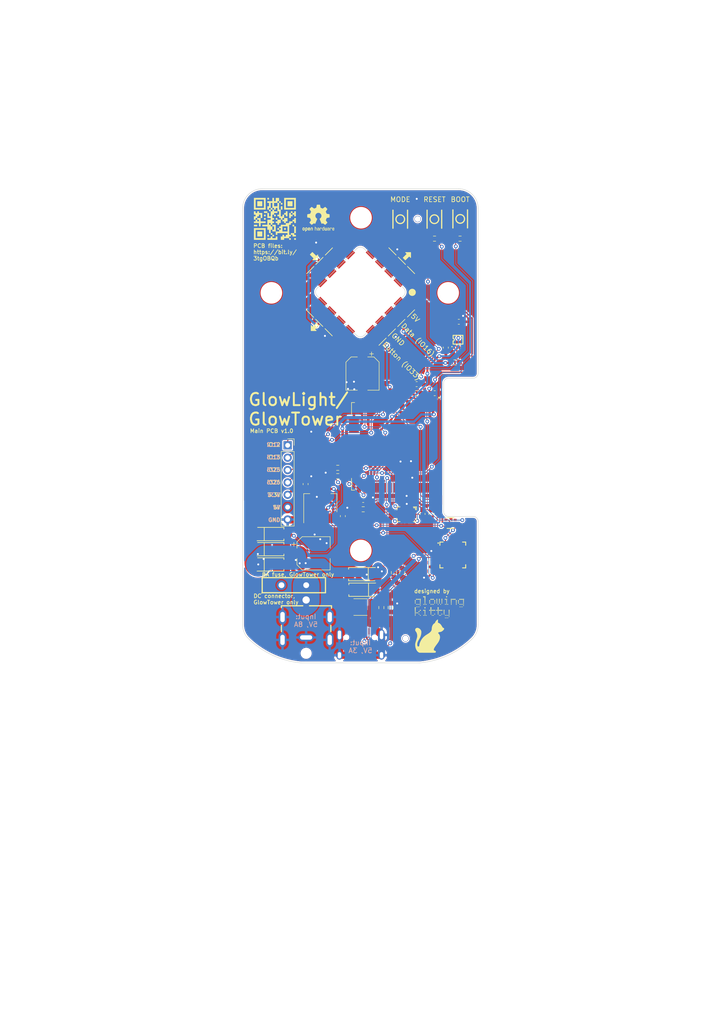
<source format=kicad_pcb>
(kicad_pcb (version 20221018) (generator pcbnew)
  (layers (0 "F.Cu" signal) (31 "B.Cu" signal) (34 "B.Paste" user) (35 "F.Paste" user) (36 "B.SilkS" user "B.Silkscreen") (37 "F.SilkS" user "F.Silkscreen") (38 "B.Mask" user) (39 "F.Mask" user) (44 "Edge.Cuts" user))
  (net 0 "")
  (net 1 "GND")
  (net 2 "+3V3")
  (net 3 "+5V")
  (net 4 "IO15{slash}WS")
  (net 5 "IO14{slash}SCK")
  (net 6 "IO32{slash}SD")
  (net 7 "RESET")
  (net 12 "IO25{slash}A1{slash}DAC1")
  (net 13 "IO26{slash}A0{slash}DAC2")
  (net 14 "Net-(R1-Pad1)")
  (net 15 "IO12{slash}MISO")
  (net 16 "IO13{slash}MOSI")
  (net 17 "Net-(R5-Pad1)")
  (net 18 "Net-(R2-Pad1)")
  (net 19 "LED1 DATA OUT")
  (net 20 "IO0")
  (net 21 "IO16{slash}LED1")
  (net 22 "IO4{slash}DC CONN")
  (net 24 "RXD0")
  (net 25 "TXD0")
  (net 27 "VBUS")
  (net 28 "USB-C DATA+")
  (net 29 "USB-C DATA-")
  (net 45 "RTS")
  (net 47 "DTR")
  (net 48 "USB-C CC1")
  (net 50 "USB-C CC2")
  (net 61 "Net-(F2-Pad2)")
  (net 65 "Net-(U6-Pad2)")
  (net 73 "IO33{slash}MAINBUTTON")
  (net 74 "Net-(F1-Pad1)")
  (net 76 "unconnected-(U2-Pad24)")
  (net 78 "Net-(F2-Pad1)")
  (net 80 "IO18{slash}USB-C CONN")
  (footprint "footprint:MIC-SMD_8P-L3.0-W4.0-P0.85-BL" (layer "F.Cu") (at 83.51 105.46)
    (fp_text reference "U10" hide)
    (fp_text value "MSM261D4030H1CPM")
  )
  (footprint "footprint:SMA_L4.4-W2.8-LS5.4-RD" (layer "F.Cu") (at 55.59 115.77)
    (fp_text reference "U22" hide)
    (fp_text value "SS54")
  )
  (footprint "Resistor_SMD:R_0603_1608Metric_Pad0.98x0.95mm_HandSolder" (layer "F.Cu") (at 93.43 74.27 180)
    (fp_text reference "R2" hide)
    (fp_text value "62")
  )
  (footprint "Resistor_SMD:R_0603_1608Metric_Pad0.98x0.95mm_HandSolder" (layer "F.Cu") (at 82.58 117.45 90)
    (fp_text reference "R9" hide)
    (fp_text value "100K")
  )
  (footprint "Resistor_SMD:R_0603_1608Metric_Pad0.98x0.95mm_HandSolder" (layer "F.Cu") (at 78.31 124.63 -90)
    (fp_text reference "R4" hide)
    (fp_text value "5.1K 1%")
  )
  (footprint "Resistor_SMD:R_0603_1608Metric_Pad0.98x0.95mm_HandSolder" (layer "F.Cu") (at 94.47 48.87 180)
    (fp_text reference "R5" hide)
    (fp_text value "220")
  )
  (footprint "Fuse:Fuse_1812_4532Metric_Pad1.30x3.40mm_HandSolder" (layer "F.Cu") (at 74.02 124.52 180)
    (fp_text reference "F1" hide)
    (fp_text value "BSMD1812-300-16V")
  )
  (footprint "myparts:LED strip connector 4pad" (layer "F.Cu") (at 80.156436 65.876458 45)
    (fp_text reference "U5" hide)
    (fp_text value "LED strip")
  )
  (footprint "LOGO" (layer "F.Cu") (at 83.67 52.37 135)
    (fp_text reference "leddirectionarrow4" hide)
    (fp_text value "LOGO" hide)
  )
  (footprint "Capacitor_SMD:C_0603_1608Metric_Pad1.08x0.95mm_HandSolder" (layer "F.Cu") (at 94.22 65.94)
    (fp_text reference "C13" hide)
    (fp_text value "0.1uF")
  )
  (footprint "footprint:SMA_L4.4-W2.8-LS5.4-RD" (layer "F.Cu") (at 74.33 120.96 180)
    (fp_text reference "U15" hide)
    (fp_text value "SS54")
  )
  (footprint "footprint:SMA_L4.4-W2.8-LS5.4-RD" (layer "F.Cu") (at 55.59 112.63)
    (fp_text reference "U20" hide)
    (fp_text value "SS54")
  )
  (footprint "LOGO" (layer "F.Cu") (at 64.54 67.11 -45)
    (fp_text reference "leddirectionarrow4" hide)
    (fp_text value "LOGO" hide)
  )
  (footprint "LOGO" (layer "F.Cu") (at 64.58 52.58 45)
    (fp_text reference "leddirectionarrow4" hide)
    (fp_text value "LOGO" hide)
  )
  (footprint "footprint:SMTSO3030CTJ" (layer "F.Cu") (at 92.02 60)
    (fp_text reference "U14" hide)
    (fp_text value "SMTSO3030CTJ")
  )
  (footprint "Resistor_SMD:R_0603_1608Metric_Pad0.98x0.95mm_HandSolder" (layer "F.Cu") (at 85.55 80.61)
    (fp_text reference "R6" hide)
    (fp_text value "10K")
  )
  (footprint "Capacitor_SMD:C_0603_1608Metric_Pad1.08x0.95mm_HandSolder" (layer "F.Cu") (at 74.5744 102.5248)
    (fp_text reference "C11" hide)
    (fp_text value "1uF")
  )
  (footprint "Connector_PinSocket_2.54mm:PinSocket_1x07_P2.54mm_Vertical" (layer "F.Cu") (at 59.06 91.31)
    (fp_text reference "J1" hide)
    (fp_text value "Conn_01x07")
  )
  (footprint "footprint:SW-SMD_4P-L3.7-W3.0-P1.50-LS4.7" (layer "F.Cu") (at 94.5025 44.82 90)
    (fp_text reference "SW2" hide)
    (fp_text value "TS-1185EC-C-D-B")
  )
  (footprint "footprint:SMA_L4.4-W2.8-LS5.4-RD" (layer "F.Cu") (at 55.59 109.53)
    (fp_text reference "U21" hide)
    (fp_text value "SS54")
  )
  (footprint "footprint:SW-SMD_4P-L3.7-W3.0-P1.50-LS4.7" (layer "F.Cu") (at 82.1875 44.88 -90)
    (fp_text reference "SW3" hide)
    (fp_text value "TS-1185EC-C-D-B")
  )
  (footprint "Capacitor_SMD:C_0603_1608Metric_Pad1.08x0.95mm_HandSolder" (layer "F.Cu") (at 86.77 105.39 90)
    (fp_text reference "C6" hide)
    (fp_text value "0.1uF")
  )
  (footprint "myparts:LED strip connector 4pad" (layer "F.Cu") (at 80.15 53.79 135)
    (fp_text reference "U8" hide)
    (fp_text value "LED strip")
  )
  (footprint "Capacitor_SMD:C_0603_1608Metric_Pad1.08x0.95mm_HandSolder" (layer "F.Cu") (at 91.55 71.25 -90)
    (fp_text reference "C1" hide)
    (fp_text value "0.1uF")
  )
  (footprint "footprint:SMTSO3030CTJ" (layer "F.Cu") (at 55.71003 60)
    (fp_text reference "U12" hide)
    (fp_text value "SMTSO3030CTJ")
  )
  (footprint "footprint:SW-SMD_4P-L3.7-W3.0-P1.50-LS4.7" (layer "F.Cu") (at 89.1975 44.88 -90)
    (fp_text reference "SW1" hide)
    (fp_text value "TS-1185EC-C-D-B")
  )
  (footprint "Capacitor_SMD:C_0603_1608Metric_Pad1.08x0.95mm_HandSolder" (layer "F.Cu") (at 88.1325 115.39 180)
    (fp_text reference "C7" hide)
    (fp_text value "0.1uF")
  )
  (footprint "footprint:DC-IN-TH_DC-042C-Z-2.5-A" (layer "F.Cu") (at 62.92 129.76 90)
    (fp_text reference "PWR1" hide)
    (fp_text value "DC-042C-Z-2_5-A")
  )
  (footprint "Capacitor_SMD:C_0603_1608Metric_Pad1.08x0.95mm_HandSolder" (layer "F.Cu") (at 89.26 80.61 180)
    (fp_text reference "C5" hide)
    (fp_text value "10uF")
  )
  (footprint "myparts:LED strip connector 4pad" (layer "F.Cu") (at 67.866225 53.82088 -135)
    (fp_text reference "U7" hide)
    (fp_text value "LED strip")
  )
  (footprint "footprint:USB-3.1-SMD_U262-161N-4BVC11" (layer "F.Cu") (at 73.92 133.12)
    (fp_text reference "USB1" hide)
    (fp_text value "U262-161N-4BVC11")
  )
  (footprint "Resistor_SMD:R_0603_1608Metric_Pad0.98x0.95mm_HandSolder" (layer "F.Cu") (at 69.35 97.64)
    (fp_text reference "R10" hide)
    (fp_text value "100K")
  )
  (footprint "footprint:VSSOP-8_L2.4-W2.1-P0.50-LS3.2-BR" (layer "F.Cu") (at 94.05 69.63 -90)
    (fp_text reference "U1" hide)
    (fp_text value "SN74LVC2T45DCUR")
  )
  (footprint "Resistor_SMD:R_0603_1608Metric_Pad0.98x0.95mm_HandSolder" (layer "F.Cu") (at 74.5744 104.4448)
    (fp_text reference "R7" hide)
    (fp_text value "10K")
  )
  (footprint "Capacitor_SMD:C_0603_1608Metric_Pad1.08x0.95mm_HandSolder" (layer "F.Cu") (at 62.75 99.27 -90)
    (fp_text reference "C10" hide)
    (fp_text value "10uF")
  )
  (footprint "footprint:WIFI-SMD_ESP32-WROOM-32E" (layer "F.Cu") (at 83.99 90.77 -90)
    (fp_text reference "U2" hide)
    (fp_text value "ESP32-WROOM-32E")
  )
  (footprint "footprint:SMA_L4.4-W2.8-LS5.4-RD" (layer "F.Cu") (at 74.28 117.77 180)
    (fp_text reference "U16" hide)
    (fp_text value "SS54")
  )
  (footprint "Resistor_SMD:R_0603_1608Metric_Pad0.98x0.95mm_HandSolder" (layer "F.Cu") (at 89.23 48.87)
    (fp_text reference "R1" hide)
    (fp_text value "220")
  )
  (footprint "footprint:QFN-28_L5.0-W5.0-P0.50-BL-EP" (layer "F.Cu") (at 92.980301 113.827 -90)
    (fp_text reference "U3" hide)
    (fp_text value "CP2102-GMR")
  )
  (footprint "Resistor_SMD:R_0603_1608Metric_Pad0.98x0.95mm_HandSolder" (layer "F.Cu") (at 80.21 124.63 -90)
    (fp_text reference "R3" hide)
    (fp_text value "5.1K 1%")
  )
  (footprint "myparts:LED strip connector 4pad" (layer "F.Cu") (at 67.833542 65.836436 -45)
    (fp_text reference "U6" hide)
    (fp_text value "LED strip")
  )
  (footprint "Capacitor_SMD:CP_Elec_6.3x5.4" (layer "F.Cu") (at 64.38 113.49)
    (fp_text reference "C2" hide)
    (fp_text value "220uF 10V")
  )
  (footprint "Resistor_SMD:R_0603_1608Metric_Pad0.98x0.95mm_HandSolder" (layer "F.Cu") (at 80.87 117.45 -90)
    (fp_text reference "R8" hide)
    (fp_text value "100K")
  )
  (footprint "footprint:SMTSO3030CTJ" (layer "F.Cu") (at 74.12 44.58)
    (fp_text reference "U13" hide)
    (fp_text value "SMTSO3030CTJ")
  )
  (footprint "Capacitor_SMD:CP_Elec_6.3x5.4" (layer "F.Cu") (at 74.44 76.58 -90)
    (fp_text reference "C3" hide)
    (fp_text value "220uF 10V")
  )
  (footprint "Capacitor_SMD:C_0603_1608Metric_Pad1.08x0.95mm_HandSolder" (layer "F.Cu") (at 70.4 105.85 -90)
    (fp_text reference "C9" hide)
    (fp_text value "10uF")
  )
  (footprint "LOGO" (layer "F.Cu") (at 90.13 127.102)
    (fp_text reference "logo" hide)
    (fp_text value "LOGO" hide)
  )
  (footprint "footprint:SC-70-6_L2.2-W1.3-P0.65-LS2.1-BR" (layer "F.Cu") (at 92.51 107.27 180)
    (fp_text reference "U9" hide)
    (fp_text value "UMH3N")
  )
  (footprint "Package_TO_SOT_SMD:SOT-223" (layer "F.Cu") (at 65.77 103.1425 90)
    (fp_text reference "U4" hide)
    (fp_text value "BL1117-33CX")
  )
  (footprint "Capacitor_SMD:C_0603_1608Metric_Pad1.08x0.95mm_HandSolder" (layer "F.Cu") (at 85.55 78.75)
    (fp_text reference "C8" hide)
    (fp_text value "1uF")
  )
  (footprint "footprint:SMTSO3030CTJ" (layer "F.Cu") (at 74.08 112.9)
    (fp_text reference "U11" hide)
    (fp_text value "SMTSO3030CTJ")
  )
  (footprint "Capacitor_SMD:C_0603_1608Metric_Pad1.08x0.95mm_HandSolder" (layer "F.Cu") (at 88.14 117.15)
    (fp_text reference "C4" hide)
    (fp_text value "4.7uF 6.3V 10%")
  )
  (footprint "footprint:FUSE-TH_L13.0-W3.1-P5.08-D1.2" (layer "F.Cu") (at 60.329997 120.030003)
    (fp_text reference "F2" hide)
    (fp_text value "JK16-800")
  )
  (footprint "Resistor_SMD:R_0603_1608Metric_Pad0.98x0.95mm_HandSolder" (layer "F.Cu") (at 69.35 95.93 180)
    (fp_text reference "R11" hide)
    (fp_text value "100K")
  )
  (footprint "Capacitor_SMD:C_0603_1608Metric_Pad1.08x0.95mm_HandSolder" (layer "F.Cu") (at 88.58 105.39 90)
    (fp_text reference "C12" hide)
    (fp_text value "10uF")
  )
  (footprint "LOGO" (layer "F.Cu") (at 56.44 44.81)
    (fp_text reference "QR code" hide)
    (fp_text value "LOGO" hide)
  )
  (footprint "Symbol:OSHW-Logo2_7.3x6mm_SilkScreen" (layer "F.Cu") (at 65.37878 44.661776)
    (fp_text reference "OSHW logo" hide)
    (fp_text value "OSHW-Logo2_7.3x6mm_SilkScreen" hide)
  )
  (gr_line (start 66.28 66.9) (end 64.8 65.42) (stroke (width 0.15)) (layer "F.SilkS"))
  (gr_line (start 79.72 68.87) (end 81.2 67.39) (stroke (width 0.15)) (layer "F.SilkS"))
  (gr_line (start 79.84 50.75) (end 81.32 52.23) (stroke (width 0.15)) (layer "F.SilkS"))
  (gr_line (start 81.66 66.93) (end 83.14 65.45) (stroke (width 0.15)) (layer "F.SilkS"))
  (gr_line (start 64.44 54.59) (end 62.96 56.07) (stroke (width 0.15)) (layer "F.SilkS"))
  (gr_line (start 64.39 65.01) (end 62.91 63.53) (stroke (width 0.15)) (layer "F.SilkS"))
  (gr_circle (center 84.65 59.9) (end 85.309422 59.9) (stroke (width 0.15)) (fill solid) (layer "F.SilkS"))
  (gr_line (start 83.66 64.96) (end 85.14 63.48) (stroke (width 0.15)) (layer "F.SilkS"))
  (gr_line (start 68.27 50.76) (end 66.79 52.24) (stroke (width 0.15)) (layer "F.SilkS"))
  (gr_line (start 66.33 52.7) (end 64.85 54.18) (stroke (width 0.15)) (layer "F.SilkS"))
  (gr_line (start 68.22 68.84) (end 66.74 67.36) (stroke (width 0.15)) (layer "F.SilkS"))
  (gr_line (start 83.67 54.58) (end 85.15 56.06) (stroke (width 0.15)) (layer "F.SilkS"))
  (gr_line (start 77.81 70.77) (end 79.29 69.29) (stroke (width 0.15)) (layer "F.SilkS"))
  (gr_line (start 81.78 52.69) (end 83.26 54.17) (stroke (width 0.15)) (layer "F.SilkS"))
  (gr_arc (start 91.091582 78.519586) (mid 91.384478 77.81248) (end 92.091586 77.51959) (stroke (width 0.1)) (layer "Edge.Cuts"))
  (gr_arc (start 49.820217 42.640706) (mid 50.991788 39.812278) (end 53.820217 38.640711) (stroke (width 0.1)) (layer "Edge.Cuts"))
  (gr_arc (start 94.176966 38.640701) (mid 97.005526 39.812241) (end 98.177307 42.640701) (stroke (width 0.1)) (layer "Edge.Cuts"))
  (gr_line (start 91.091582 78.519586) (end 91.091474 104.927058) (stroke (width 0.1)) (layer "Edge.Cuts"))
  (gr_arc (start 65.103076 60.608339) (mid 64.781267 59.830589) (end 65.103659 59.053081) (stroke (width 0.1)) (layer "Edge.Cuts"))
  (gr_line (start 82.894519 60.608668) (end 74.776403 68.726033) (stroke (width 0.1)) (layer "Edge.Cuts"))
  (gr_line (start 49.820414 128.167641) (end 49.820217 42.640706) (stroke (width 0.1)) (layer "Edge.Cuts"))
  (gr_arc (start 98.177168 76.519615) (mid 97.884272 77.22672) (end 97.177164 77.519611) (stroke (width 0.1)) (layer "Edge.Cuts"))
  (gr_arc (start 98.176957 128.16765) (mid 97.905521 129.616375) (end 97.127814 130.868434) (stroke (width 0.1)) (layer "Edge.Cuts"))
  (gr_arc (start 61.817024 135.980422) (mid 56.159651 134.49689) (end 51.280803 131.271433) (stroke (width 0.1)) (layer "Edge.Cuts"))
  (gr_arc (start 82.893936 59.052752) (mid 83.216391 59.830589) (end 82.894519 60.608668) (stroke (width 0.1)) (layer "Edge.Cuts"))
  (gr_line (start 73.220778 68.726021) (end 65.103076 60.608339) (stroke (width 0.1)) (layer "Edge.Cuts"))
  (gr_line (start 98.177307 42.640701) (end 98.177168 76.519615) (stroke (width 0.1)) (layer "Edge.Cuts"))
  (gr_arc (start 92.09147 105.927062) (mid 91.384364 105.634166) (end 91.091474 104.927058) (stroke (width 0.1)) (layer "Edge.Cuts"))
  (gr_line (start 65.103659 59.053081) (end 73.220787 50.935204) (stroke (width 0.1)) (layer "Edge.Cuts"))
  (gr_arc (start 97.177048 105.927083) (mid 97.884154 106.219979) (end 98.177044 106.927087) (stroke (width 0.1)) (layer "Edge.Cuts"))
  (gr_line (start 86.180144 135.980276) (end 61.817024 135.980422) (stroke (width 0.1)) (layer "Edge.Cuts"))
  (gr_arc (start 50.731718 130.7095) (mid 50.055065 129.517803) (end 49.820414 128.167641) (stroke (width 0.1)) (layer "Edge.Cuts"))
  (gr_arc (start 96.703678 131.282873) (mid 91.829638 134.500195) (end 86.180144 135.980276) (stroke (width 0.1)) (layer "Edge.Cuts"))
  (gr_line (start 97.177164 77.519611) (end 92.091586 77.51959) (stroke (width 0.1)) (layer "Edge.Cuts"))
  (gr_line (start 53.820217 38.640711) (end 94.176966 38.640701) (stroke (width 0.1)) (layer "Edge.Cuts"))
  (gr_line (start 97.127814 130.868434) (end 96.703678 131.282873) (stroke (width 0.1)) (layer "Edge.Cuts"))
  (gr_line (start 74.7764 50.935216) (end 82.893936 59.052752) (stroke (width 0.1)) (layer "Edge.Cuts"))
  (gr_arc (start 74.776403 68.726033) (mid 73.998588 69.048206) (end 73.220778 68.726021) (stroke (width 0.1)) (layer "Edge.Cuts"))
  (gr_line (start 51.280803 131.271433) (end 50.731718 130.7095) (stroke (width 0.1)) (layer "Edge.Cuts"))
  (gr_line (start 92.09147 105.927062) (end 97.177048 105.927083) (stroke (width 0.1)) (layer "Edge.Cuts"))
  (gr_arc (start 73.220787 50.935204) (mid 73.998596 50.613045) (end 74.7764 50.935216) (stroke (width 0.1)) (layer "Edge.Cuts"))
  (gr_line (start 98.177044 106.927087) (end 98.176957 128.16765) (stroke (width 0.1)) (layer "Edge.Cuts"))
  (gr_text "Input:\n5V, 3A" (at 74 132.65) (layer "B.SilkS") (effects (font (size 1 1)) (justify mirror)))
  (gr_text "IO12\n\nIO13\n\nIO25\n\nIO26\n\n3.3V\n\n5V\n\nGND" (at 57.6 98.91) (layer "B.SilkS") (effects (font (size 0.8 0.8)) (justify left mirror)))
  (gr_text "Input:\n5V, 8A" (at 62.8 127.29) (layer "B.SilkS") (effects (font (size 1 1)) (justify mirror)))
  (gr_text "BOOT" (at 94.5 40.83) (layer "F.SilkS") (effects (font (size 1 1))))
  (gr_text "GND" (at 80.6 68.43 315) (layer "F.SilkS") (effects (font (size 1 1)) (justify left)))
  (gr_text "Button (IO33)" (at 78.75 70.25 315) (layer "F.SilkS") (effects (font (size 1 1)) (justify left)))
  (gr_text "MODE" (at 82.1975 40.83) (layer "F.SilkS") (effects (font (size 1 1))))
  (gr_text "DC connector, \nGlowTower only" (at 51.96 122.9) (layer "F.SilkS") (effects (font (size 0.8 0.8)) (justify left)))
  (gr_text "8A fuse, GlowTower only" (at 53.71 117.84) (layer "F.SilkS") (effects (font (size 0.8 0.8)) (justify left)))
  (gr_text "GlowLight/\nGlowTower" (at 50.78 83.93) (layer "F.SilkS") (effects (font (size 2.5 2.5) (thickness 0.4)) (justify left)))
  (gr_text locked "PCB files:\nhttps://bit.ly/\n3tgOBQb" (at 51.93 51.64) (layer "F.SilkS") (effects (font (size 0.8 0.8)) (justify left)))
  (gr_text "designed by" (at 84.9738 121.26) (layer "F.SilkS") (effects (font (size 0.8 0.8)) (justify left)))
  (gr_text "Main PCB v1.0" (at 51.24 88.35) (layer "F.SilkS") (effects (font (size 0.8 0.8)) (justify left)))
  (gr_text "5V" (at 84.55 64.46 315) (layer "F.SilkS") (effects (font (size 1 1)) (justify left)))
  (gr_text "Data (IO16)" (at 82.58 66.44 315) (layer "F.SilkS") (effects (font (size 1 1)) (justify left)))
  (gr_text "RESET" (at 89.23 40.83) (layer "F.SilkS") (effects (font (size 1 1))))
  (gr_text "IO12\n\nIO13\n\nIO25\n\nIO26\n\n3.3V\n\n5V\n\nGND" (at 57.65 98.91) (layer "F.SilkS") (effects (font (size 0.8 0.8)) (justify right)))
  (via (at 83.26 130.96) (size 1.3) (drill 1.152) (layers "F.Cu" "B.Cu") (net 0))
  (via (at 85.76 44.84) (size 1.3) (drill 1.152) (layers "F.Cu" "B.Cu") (net 0))
  (segment (start 77.38 124.54) (end 77.38 126.7) (width 0.16) (layer "F.Cu") (net 1))
  (segment (start 84.52015 88.7129) (end 82.68515 88.7129) (width 0.8) (layer "F.Cu") (net 1))
  (segment (start 78.961331 66.711331) (end 81.28 69.03) (width 2) (layer "F.Cu") (net 1))
  (segment (start 75.4425 102.42) (end 76.18 102.42) (width 0.16) (layer "F.Cu") (net 1))
  (segment (start 69.713733 130.226) (end 69.713733 130.030489) (width 1.5) (layer "F.Cu") (net 1))
  (segment (start 90.18515 98.00485) (end 90.18515 100.0479) (width 0.8) (layer "F.Cu") (net 1))
  (segment (start 82.58 118.3625) (end 86.9525 118.3625) (width 0.16) (layer "F.Cu") (net 1))
  (segment (start 93.7525 46.72) (end 93.7525 42.92) (width 0.16) (layer "F.Cu") (net 1))
  (segment (start 71.31 104.13) (end 71.2575 104.13) (width 0.16) (layer "F.Cu") (net 1))
  (segment (start 66.87 127.6) (end 63.703523 130.766477) (width 4) (layer "F.Cu") (net 1))
  (segment (start 88.13 78.75) (end 89.3 78.75) (width 0.16) (layer "F.Cu") (net 1))
  (segment (start 90.18515 90.62515) (end 90.1079 90.5479) (width 0.8) (layer "F.Cu") (net 1))
  (segment (start 63.703523 130.766477) (end 62.856627 130.766477) (width 4) (layer "F.Cu") (net 1))
  (segment (start 95.0825 64.732) (end 95.0825 65.94) (width 0.16) (layer "F.Cu") (net 1))
  (segment (start 62.03 127.6) (end 66.87 127.6) (width 4.5) (layer "F.Cu") (net 1))
  (segment (start 81.58 51.07) (end 80.939978 51.07) (width 2) (layer "F.Cu") (net 1))
  (segment (start 81.785032 105.450488) (end 80.909512 105.450488) (width 0.16) (layer "F.Cu") (net 1))
  (segment (start 65.13 101.81) (end 68.19 101.81) (width 0.5) (layer "F.Cu") (net 1))
  (segment (start 84.52015 90.5479) (end 82.68515 90.5479) (width 0.8) (layer "F.Cu") (net 1))
  (segment (start 91.55 72.1125) (end 91.55 73.26) (width 0.16) (layer "F.Cu") (net 1))
  (segment (start 68.19 101.81) (end 70.4 104.02) (width 0.5) (layer "F.Cu") (net 1))
  (segment (start 80.61 108.13) (end 82.055481 108.13) (width 0.16) (layer "F.Cu") (net 1))
  (segment (start 85.57 40.7) (end 83.74 40.7) (width 0.16) (layer "F.Cu") (net 1))
  (segment (start 96.14 71.89) (end 96.14 74.42) (width 0.16) (layer "F.Cu") (net 1))
  (segment (start 95 68.271923) (end 94.808166 68.080089) (width 0.25) (layer "F.Cu") (net 1))
  (segment (start 73.22 78.16) (end 74.44 79.38) (width 2) (layer "F.Cu") (net 1))
  (segment (start 89.9475 41.2925) (end 89.9475 42.98) (width 0.16) (layer "F.Cu") (net 1))
  (segment (start 82.9375 42.98) (end 82.9375 46.78) (width 0.16) (layer "F.Cu") (net 1))
  (segment (start 66.5871 85.8329) (end 63.91 88.51) (width 0.16) (layer "F.Cu") (net 1))
  (segment (start 85.93 108.13) (end 85.93 110.37) (width 0.16) (layer "F.Cu") (net 1))
  (segment (start 89.9475 46.78) (end 89.9475 42.98) (width 0.16) (layer "F.Cu") (net 1))
  (segment (start 95.429911 71.179911) (end 96.14 71.89) (width 0.16) (layer "F.Cu") (net 1))
  (segment (start 82.055481 108.13) (end 83.509949 106.675532) (width 0.16) (layer "F.Cu") (net 1))
  (segment (start 71.45 79.72) (end 72.5 79.72) (width 2) (layer "F.Cu") (net 1))
  (segment (start 82.68515 88.7129) (end 80.85015 88.7129) (width 0.8) (layer "F.Cu") (net 1))
  (segment (start 84.52015 90.5479) (end 84.52015 88.7129) (width 0.8) (layer "F.Cu") (net 1))
  (segment (start 87.27 115.39) (end 87.27 117.1425) (width 0.16) (layer "F.Cu") (net 1))
  (segment (start 84.66 97.96) (end 90.1403 97.96) (width 0.16) (layer "F.Cu") (net 1))
  (segment (start 67.419997 112.684482) (end 66.079511 111.343996) (width 5.5) (layer "F.Cu") (net 1))
  (segment (start 82.9375 41.5025) (end 82.9375 42.98) (width 0.16) (layer "F.Cu") (net 1))
  (segment (start 83.509949 107.429949) (end 84.21 108.13) (width 0.16) (layer "F.Cu") (net 1))
  (segment (start 92.480302 113.327001) (end 92.980301 113.827) (width 0.16) (layer "F.Cu") (net 1))
  (segment (start 82.68515 92.3829) (end 84.52015 92.3829) (width 0.8) (layer "F.Cu") (net 1))
  (segment (start 95.1 75.46) (end 89.11 75.46) (width 0.16) (layer "F.Cu") (net 1))
  (segment (start 63.47 108.734485) (end 66.079511 111.343996) (width 1.5) (layer "F.Cu") (net 1))
  (segment (start 86.77 107.77) (end 86.77 106.2525) (width 0.16) (layer "F.Cu") (net 1))
  (segment (start 83.509949 103.350051) (end 83.509949 104.225443) (width 0.16) (layer "F.Cu") (net 1))
  (segment (start 82.68515 90.5479) (end 82.68515 92.3829) (width 0.8) (layer "F.Cu") (net 1))
  (segment (start 85.93 108.13) (end 86.41 108.13) (width 0.16) (layer "F.Cu") (net 1))
  (segment (start 83.509949 106.675532) (end 83.509949 107.429949) (width 0.16) (layer "F.Cu") (net 1))
  (segment (start 90.18515 83.0479) (end 90.18515 90.62515) (width 0.8) (layer "F.Cu") (net 1))
  (segment (start 73.01 78.16) (end 73.22 78.16) (width 2) (layer "F.Cu") (net 1))
  (segment (start 86.79 106.2725) (end 86.77 106.2525) (width 0.16) (layer "F.Cu") (net 1))
  (segment (start 71.2575 104.13) (end 70.4 104.9875) (width 0.16) (layer "F.Cu") (net 1))
  (segment (start 72.78 78.25) (end 72.68 78.25) (width 2) (layer "F.Cu") (net 1))
  (segment (start 83.74 40.7) (end 82.9375 41.5025) (width 0.16) (layer "F.Cu") (net 1))
  (segment (start 71.35 78.16) (end 72.87 78.16) (width 2) (layer "F.Cu") (net 1))
  (segment (start 78.353733 130.219204) (end 77.687264 129.552735) (width 1.5) (layer "F.Cu") (net 1))
  (segment (start 80.85015 90.5479) (end 80.85015 92.3829) (width 0.8) (layer "F.Cu") (net 1))
  (segment (start 82.68515 90.5479) (end 80.85015 90.5479) (width 0.8) (layer "F.Cu") (net 1))
  (segment (start 62.75 98.4075) (end 63.1725 98.4075) (width 0.5) (layer "F.Cu") (net 1))
  (segment (start 93.7525 42.92) (end 93.7525 41.3825) (width 0.16) (layer "F.Cu") (net 1))
  (segment (start 77.38 126.7) (end 77.687264 127.007264) (width 0.16) (layer "F.Cu") (net 1))
  (segment (start 84.21 108.13) (end 85.93 108.13) (width 0.16) (layer "F.Cu") (net 1))
  (segment (start 69.713733 129.343739) (end 67.419997 127.050003) (width 1.5) (layer "F.Cu") (net 1))
  (segment (start 86.77 106.2525) (end 85.967988 105.450488) (width 0.16) (layer "F.Cu") (net 1))
  (segment (start 65.05 101.89) (end 65.13 101.81) (width 0.5) (layer "F.Cu") (net 1))
  (segment (start 63.47 106.2925) (end 63.1425 106.62) (width 1.5) (layer "F.Cu") (net 1))
  (segment (start 69.01 66.55) (end 66.72 68.84) (width 2) (layer "F.Cu") (net 1))
  (segment (start 71.45 79.72) (end 73.01 78.16) (width 2) (layer "F.Cu") (net 1))
  (segment (start 83.169262 102.02) (end 76.58 102.02) (width 0.16) (layer "F.Cu") (net 1))
  (segment (start 96.14 74.42) (end 95.1 75.46) (width 0.16) (layer "F.Cu") (net 1))
  (segment (start 89.11 75.46) (end 88.85 75.72) (width 0.16) (layer "F.Cu") (net 1))
  (segment (start 88.887001 113.327001) (end 90.580288 113.327001) (width 0.16) (layer "F.Cu") (net 1))
  (segment (start 95 70.988077) (end 95 70.15) (width 0.25) (layer "F.Cu") (net 1))
  (segment (start 66.87 127.6) (end 67.419997 127.050003) (width 4) (layer "F.Cu") (net 1))
  (segment (start 86.9525 118.3625) (end 87.07 118.48) (width 0.16) (layer "F.Cu") (net 1))
  (segment (start 84.52015 92.3829) (end 84.52015 90.5479) (width 0.8) (layer "F.Cu") (net 1))
  (segment (start 90.1079 90.5479) (end 84.52015 90.5479) (width 0.8) (layer "F.Cu") (net 1))
  (segment (start 59.13 106.62) (end 59.06 106.55) (width 1.5) (layer "F.Cu") (net 1))
  (segment (start 80.939978 51.07) (end 78.933542 53.076436) (width 2) (layer "F.Cu") (net 1))
  (segment (start 90.67 40.7) (end 85.57 40.7) (width 0.16) (layer "F.Cu") (net 1))
  (segment (start 72.9 80.12) (end 73.7 80.12) (width 2) (layer "F.Cu") (net 1))
  (segment (start 72.5 79.72) (end 72.9 80.12) (width 2) (layer "F.Cu") (net 1))
  (segment (start 82.24 92.8034) (end 82.6833 92.3601) (width 2) (layer "F.Cu") (net 1))
  (segment (start 80.85015 88.7129) (end 80.85015 90.5479) (width 0.8) (layer "F.Cu") (net 1))
  (segment (start 85.967988 105.450488) (end 85.234867 105.450488) (width 0.16) (layer "F.Cu") (net 1))
  (segment (start 91.55 73.26) (end 91.25 73.56) (width 0.16) (layer "F.Cu") (net 1))
  (segment (start 78.961331 66.568669) (end 78.961331 66.711331) (width 2) (layer "F.Cu") (net 1))
  (segment (start 90.580288 113.327001) (end 92.480302 113.327001) (width 0.16) (layer "F.Cu") (net 1))
  (segment (start 93.7525 41.3825) (end 93.07 40.7) (width 0.16) (layer "F.Cu") (net 1))
  (segment (start 80.23 107.75) (end 80.61 108.13) (width 0.16) (layer "F.Cu") (net 1))
  (segment (start 80.21 123.7175) (end 78.31 123.7175) (width 0.16) (layer "F.Cu") (net 1))
  (segment (start 82.68515 88.7129) (end 82.68515 90.5479) (width 0.8) (layer "F.Cu") (net 1))
  (segment (start 87.27 117.1425) (end 87.2775 117.15) (width 0.16) (layer "F.Cu") (net 1))
  (segment (start 87.2775 117.15) (end 87.2775 118.2725) (width 0.16) (layer "F.Cu") (net 1))
  (segment (start 94.808166 66.214334) (end 95.0825 65.94) (width 0.16) (layer "F.Cu") (net 1))
  (segment (start 71.16 78.35) (end 71.35 78.16) (width 2) (layer "F.Cu") (net 1))
  (segment (start 78.31 123.7175) (end 78.2025 123.7175) (width 0.16) (layer "F.Cu") (net 1))
  (segment (start 78.353733 134.406) (end 69.713733 134.406) (width 1.5) (layer "F.Cu") (net 1))
  (segment (start 90.1225 79.5725) (end 90.1225 80.61) (width 0.16) (layer "F.Cu") (net 1))
  (segment (start 81.56 123.78) (end 80.2725 123.78) (width 0.16) (layer "F.Cu") (net 1))
  (segment (start 94.808166 71.179911) (end 94.308039 71.179911) (width 0.16) (layer "F.Cu") (net 1))
  (segment (start 88.13 77.76) (end 88.13 78.75) (width 0.16) (layer "F.Cu") (net 1))
  (segment (start 80.23 106.13) (end 80.23 107.75) (width 0.16) (layer "F.Cu") (net 1))
  (segment (start 83.49186 101.697402) (end 83.169262 102.02) (width 0.16) (layer "F.Cu") (net 1))
  (segment (start 90.1225 80.61) (end 90.18515 80.67265) (width 0.16) (layer "F.Cu") (net 1))
  (segment (start 88.57 113.01) (end 88.887001 113.327001) (width 0.16) (layer "F.Cu") (net 1))
  (segment (start 95 70.15) (end 95 68.271923) (width 0.25) (layer "F.Cu") (net 1))
  (segment (start 90.18515 90.62515) (end 90.18515 98.00485) (width 0.8) (layer "F.Cu") (net 1))
  (segment (start 88.58 106.2725) (end 86.79 106.2725) (width 0.16) (layer "F.Cu") (net 1))
  (segment (start 84.5183 94.4417) (end 84.5183 92.3601) (width 2) (layer "F.Cu") (net 1))
  (segment (start 95.09 64.7245) (end 95.0825 64.732) (width 0.16) (layer "F.Cu") (net 1))
  (segment (start 69.713733 130.226) (end 69.713733 129.343739) (width 1.5) (layer "F.Cu") (net 1))
  (segment (start 80.909512 105.450488) (end 80.23 106.13) (width 0.16) (layer "F.Cu") (net 1))
  (segment (start 69.05 66.55) (end 69.01 66.55) (width 2) (layer "F.Cu") (net 1))
  (segment (start 91.01 73.56) (end 89.11 75.46) (width 0.16) (layer "F.Cu") (net 1))
  (segment (start 86.4125 78.75) (end 88.13 78.75) (width 0.16) (layer "F.Cu") (net 1))
  (segment (start 88.85 75.72) (end 88.85 77.04) (width 0.16) (layer "F.Cu") (net 1))
  (segment (start 73.22 78.16) (end 72.87 78.16) (width 2) (layer "F.Cu") (net 1))
  (segment (start 63.1425 106.62) (end 59.13 106.62) (width 1.5) (layer "F.Cu") (net 1))
  (segment (start 86.41 108.13) (end 86.77 107.77) (width 0.16) (layer "F.Cu") (net 1))
  (segment (start 73.7 80.12) (end 74.44 79.38) (width 2) (layer "F.Cu") (net 1))
  (segment (start 94.808166 71.179911) (end 95 70.988077) (width 0.25) (layer "F.Cu") (net 1))
  (segment (start 72.67515 85.8329) (end 66.5871 85.8329) (width 0.16) (layer "F.Cu") (net 1))
  (segment (start 64.91 49.68) (end 65.612661 49.68) (width 2) (layer "F.Cu") (net 1))
  (segment (start 90.67 40.7) (end 90.54 40.7) (width 0.16) (layer "F.Cu") (net 1))
  (segment (start 83.52 103.34) (end 83.509949 103.350051) (width 0.16) (layer "F.Cu") (net 1))
  (segment (start 84.39 94.57) (end 84.5183 94.4417) (width 2) (layer "F.Cu") (net 1))
  (segment (start 63.1725 98.4075) (end 63.91 97.67) (width 0.5) (layer "F.Cu") (net 1))
  (segment (start 78.2025 123.7175) (end 77.38 124.54) (width 0.16) (layer "F.Cu") (net 1))
  (segment (start 87.2775 118.2725) (end 87.07 118.48) (width 0.16) (layer "F.Cu") (net 1))
  (segment (start 70.4 104.02) (end 70.4 104.9875) (width 0.5) (layer "F.Cu") (net 1))
  (segment (start 67.419997 127.050003) (end 67.419997 112.684482) (width 5.5) (layer "F.Cu") (net 1))
  (segment (start 68.4375 95.93) (end 67.87 95.93) (width 0.16) (layer "F.Cu") (net 1))
  (segment (start 91.25 73.56) (end 91.01 73.56) (width 0.16) (layer "F.Cu") (net 1))
  (segment (start 65.612661 49.68) (end 69.06133 53.128669) (width 2) (layer "F.Cu") (net 1))
  (segment (start 57.719997 127.050003) (end 58.269994 127.6) (width 4) (layer "F.Cu") (net 1))
  (segment (start 80.85015 92.3829) (end 82.68515 92.3829) (width 0.8) (layer "F.Cu") (net 1))
  (segment (start 94.808166 68.080089) (end 94.308039 68.080089) (width 0.16) (layer "F.Cu") (net 1))
  (segment (start 80.2725 123.78) (end 80.21 123.7175) (width 0.16) (layer "F.Cu") (net 1))
  (segment (start 76.18 102.42) (end 76.58 102.02) (width 0.16) (layer "F.Cu") (net 1))
  (segment (start 90.1403 97.96) (end 90.18515 98.00485) (width 0.16) (layer "F.Cu") (net 1))
  (segment (start 57.719997 131.750003) (end 57.719997 127.050003) (width 5.5) (layer "F.Cu") (net 1))
  (segment (start 89.3 78.75) (end 90.1225 79.5725) (width 0.16) (layer "F.Cu") (net 1))
  (segment (start 62.03 127.6) (end 62.03 130.73985) (width 4.5) (layer "F.Cu") (net 1))
  (segment (start 67.419997 131.750003) (end 67.419997 127.050003) (width 5.5) (layer "F.Cu") (net 1))
  (segment (start 88.85 77.04) (end 88.13 77.76) (width 0.16) (layer "F.Cu") (net 1))
  (segment (start 77.687264 127.007264) (end 77.687264 129.552735) (width 0.16) (layer "F.Cu") (net 1))
  (segment (start 93.07 40.7) (end 90.67 40.7) (width 0.16) (layer "F.Cu") (net 1))
  (segment (start 90.18515 80.67265) (end 90.18515 83.0479) (width 0.16) (layer "F.Cu") (net 1))
  (segment (start 94.808166 71.179911) (end 95.429911 71.179911) (width 0.16) (layer "F.Cu") (net 1))
  (segment (start 78.353733 130.226) (end 78.353733 130.219204) (width 1.5) (layer "F.Cu") (net 1))
  (segment (start 82.24 94.64) (end 82.24 92.8034) (width 2) (layer "F.Cu") (net 1))
  (segment (start 58.269994 127.6) (end 62.03 127.6) (width 4.5) (layer "F.Cu") (net 1))
  (segment (start 67.87 95.93) (end 66.87 96.93) (width 0.16) (layer "F.Cu") (net 1))
  (segment (start 85.93 110.37) (end 88.57 113.01) (width 0.16) (layer "F.Cu") (net 1))
  (segment (start 72.87 78.16) (end 72.78 78.25) (width 2) (layer "F.Cu") (net 1))
  (segment (start 69.713733 130.030489) (end 70.384222 129.36) (width 1.5) (layer "F.Cu") (net 1))
  (segment (start 90.54 40.7) (end 89.9475 41.2925) (width 0.16) (layer "F.Cu") (net 1))
  (segment (start 69.713733 130.226) (end 69.713733 134.406) (width 1.5) (layer "F.Cu") (net 1))
  (segment (start 63.47 106.2925) (end 63.47 108.734485) (width 1.5) (layer "F.Cu") (net 1))
  (segment (start 94.808166 68.080089) (end 94.808166 66.214334) (width 0.25) (layer "F.Cu") (net 1))
  (via (at 72.68 78.25) (size 0.8) (drill 0.4) (layers "F.Cu" "B.Cu") (net 1))
  (via (at 66.87 96.93) (size 0.8) (drill 0.4) (layers "F.Cu" "B.Cu") (net 1))
  (via (at 95.09 64.7245) (size 0.8) (drill 0.4) (layers "F.Cu" "B.Cu") (net 1))
  (via (at 64.91 49.68) (size 0.8) (drill 0.4) (layers "F.Cu" "B.Cu") (net 1))
  (via (at 71.16 78.35) (size 0.8) (drill 0.4) (layers "F.Cu" "B.Cu") (net 1))
  (via (at 65.05 101.89) (size 0.8) (drill 0.4) (layers "F.Cu" "B.Cu") (net 1))
  (via (at 66.72 68.84) (size 0.8) (drill 0.4) (layers "F.Cu" "B.Cu") (net 1))
  (via (at 83.52 103.34) (size 0.8) (drill 0.4) (layers "F.Cu" "B.Cu") (net 1))
  (via (at 82.24 94.64) (size 0.8) (drill 0.4) (layers "F.Cu" "B.Cu") (net 1))
  (via (at 83.49186 101.697402) (size 0.8) (drill 0.4) (layers "F.Cu" "B.Cu") (net 1))
  (via (at 71.31 104.13) (size 0.8) (drill 0.4) (layers "F.Cu" "B.Cu") (net 1))
  (via (at 63.91 97.67) (size 0.8) (drill 0.4) (layers "F.Cu" "B.Cu") (net 1))
  (via (at 88.57 113.01) (size 0.8) (drill 0.4) (layers "F.Cu" "B.Cu") (net 1))
  (via (at 65.75 110.59) (size 0.8) (drill 0.4) (layers "F.Cu" "B.Cu") (net 1))
  (via (at 81.58 51.07) (size 0.8) (drill 0.4) (layers "F.Cu" "B.Cu") (net 1))
  (via (at 72.75 79.8) (size 0.8) (drill 0.4) (layers "F.Cu" "B.Cu") (net 1))
  (via (at 81.56 123.78) (size 0.8) (drill 0.4) (layers "F.Cu" "B.Cu") (net 1))
  (via (at 64.6 109.63) (size 0.8) (drill 0.4) (layers "F.Cu" "B.Cu") (net 1))
  (via (at 84.39 94.57) (size 0.8) (drill 0.4) (layers "F.Cu" "B.Cu") (net 1))
  (via (at 85.57 40.7) (size 0.8) (drill 0.4) (layers "F.Cu" "B.Cu") (net 1))
  (via (at 71.45 79.72) (size 0.8) (drill 0.4) (layers "F.Cu" "B.Cu") (net 1))
  (via (at 76.58 102.02) (size 0.8) (drill 0.4) (layers "F.Cu" "B.Cu") (net 1))
  (via (at 84.66 97.96) (size 0.8) (drill 0.4) (layers "F.Cu" "B.Cu") (net 1))
  (via (at 81.28 69.03) (size 0.8) (drill 0.4) (layers "F.Cu" "B.Cu") (net 1))
  (via (at 63.91 88.51) (size 0.8) (drill 0.4) (layers "F.Cu" "B.Cu") (net 1))
  (via (at 67.06 111.4) (size 0.8) (drill 0.4) (layers "F.Cu" "B.Cu") (net 1))
  (via (at 87.07 118.48) (size 0.8) (drill 0.4) (layers "F.Cu" "B.Cu") (net 1))
  (segment (start 90.12 119.85) (end 90.86 119.11) (width 0.16) (layer "B.Cu") (net 1))
  (segment (start 90.86 115.3) (end 88.57 113.01) (width 0.16) (layer "B.Cu") (net 1))
  (segment (start 60.33 66.74) (end 60.33 69.23) (width 2) (layer "B.Cu") (net 1))
  (segment (start 63.93 76.71) (end 65.57 78.35) (width 6) (layer "B.Cu") (net 1))
  (segment (start 83.49186 101.697402) (end 83.49186 99.12814) (width 0.16) (layer "B.Cu") (net 1))
  (segment (start 79.6179 90.5479) (end 79.6179 92.0179) (width 2) (layer "B.Cu") (net 1))
  (segment (start 88.04 119.85) (end 90.12 119.85) (width 0.16) (layer "B.Cu") (net 1))
  (segment (start 84.32 94.64) (end 84.39 94.57) (width 2) (layer "B.Cu") (net 1))
  (segment (start 65.63 109.97) (end 65.2 109.97) (width 5.5) (layer "B.Cu") (net 1))
  (segment (start 81.77 123.78) (end 81.56 123.78) (width 0.16) (layer "B.Cu") (net 1))
  (segment (start 71.0321 90.5479) (end 63.91 97.67) (width 2) (layer "B.Cu") (net 1))
  (segment (start 83.52 103.34) (end 83.49186 103.31186) (width 0.16) (layer "B.Cu") (net 1))
  (segment (start 60.51 54.08) (end 64.91 49.68) (width 2) (layer "B.Cu") (net 1))
  (segment (start 63.91 80.01) (end 65.57 78.35) (width 5.5) (layer "B.Cu") (net 1))
  (segment (start 63.91 97.67) (end 63.91 108.25) (width 5.5) (layer "B.Cu") (net 1))
  (segment (start 82.24 94.64) (end 84.32 94.64) (width 2) (layer "B.Cu") (net 1))
  (segment (start 60.33 69.23) (end 60.33 76.71) (width 6) (layer "B.Cu") (net 1))
  (segment (start 66.87 96.93) (end 66.13 97.67) (width 0.16) (layer "B.Cu") (net 1))
  (segment (start 87.07 118.48) (end 87.07 118.88) (width 0.16) (layer "B.Cu") (net 1))
  (segment (start 60.51 69.23) (end 60.33 69.23) (width 2) (layer "B.Cu") (net 1))
  (segment (start 66.72 68.84) (end 69.44 71.56) (width 2) (layer "B.Cu") (net 1))
  (segment (start 71.16 78.35) (end 68.18 78.35) (width 5.5) (layer "B.Cu") (net 1))
  (segment (start 63.91 91.0808) (end 63.91 80.01) (width 5.5) (layer "B.Cu") (net 1))
  (segment (start 72.68 78.25) (end 72.68 78.49) (width 2) (layer "B.Cu") (net 1))
  (segment (start 63.91 108.25) (end 65.63 109.97) (width 5.5) (layer "B.Cu") (net 1))
  (segment (start 76.58 102.02) (end 74.47 104.13) (width 0.16) (layer "B.Cu") (net 1))
  (segment (start 65.57 78.35) (end 68.18 78.35) (width 6) (layer "B.Cu") (net 1))
  (segment (start 85.52 66.06) (end 85.52 54.58) (width 2) (layer "B.Cu") (net 1))
  (segment (start 87.07 118.48) (end 81.77 123.78) (width 0.16) (layer "B.Cu") (net 1))
  (segment (start 71.45 79.72) (end 71.45 76.31) (width 2) (layer "B.Cu") (net 1))
  (segment (start 78.353733 134.406) (end 78.353733 130.226) (width 1.5) (layer "B.Cu") (net 1))
  (segment (start 79.82 67.94) (end 81.7 66.06) (width 2) (layer "B.Cu") (net 1))
  (segment (start 60.51 56.23) (end 60.51 54.08) (width 2) (layer "B.Cu") (net 1))
  (segment (start 60.51 56.23) (end 60.51 69.23) (width 2) (layer "B.Cu") (net 1))
  (segment (start 71.45 78.64) (end 71.45 79.72) (width 5.5) (layer "B.Cu") (net 1))
  (segment (start 69.44 77.09) (end 68.18 78.35) (width 2) (layer "B.Cu") (net 1))
  (segment (start 85.52 54.58) (end 82.01 51.07) (width 2) (layer "B.Cu") (net 1))
  (segment (start 71.45 76.31) (end 79.82 67.94) (width 2) (layer "B.Cu") (net 1))
  (segment (start 74.47 104.13) (end 71.31 104.13) (width 0.16) (layer "B.Cu") (net 1))
  (segment (start 69.44 71.56) (end 69.44 77.09) (width 2) (layer "B.Cu") (net 1))
  (segment (start 63.91 97.67) (end 63.91 91.0808) (width 5.5) (layer "B.Cu") (net 1))
  (segment (start 87.07 118.88) (end 88.04 119.85) (width 0.16) (layer "B.Cu") (net 1))
  (segment (start 79.6179 90.5479) (end 71.0321 90.5479) (width 2) (layer "B.Cu") (net 1))
  (segment (start 81.7 66.06) (end 85.52 66.06) (width 2) (layer "B.Cu") (net 1))
  (segment (start 83.49186 103.31186) (end 83.49186 101.697402) (width 0.16) (layer "B.Cu") (net 1))
  (segment (start 81.28 69.03) (end 80.19 67.94) (width 2) (layer "B.Cu") (net 1))
  (segment (start 80.19 67.94) (end 79.82 67.94) (width 2) (layer "B.Cu") (net 1))
  (segment (start 63.91 91.0808) (end 63.91 88.51) (width 5.5) (layer "B.Cu") (net 1))
  (segment (start 63.91 88.51) (end 61.51 88.51) (width 0.16) (layer "B.Cu") (net 1))
  (segment (start 90.86 119.11) (end 90.86 115.3) (width 0.16) (layer "B.Cu") (net 1))
  (segment (start 82.01 51.07) (end 81.58 51.07) (width 2) (layer "B.Cu") (net 1))
  (segment (start 79.6179 92.0179) (end 82.24 94.64) (width 2) (layer "B.Cu") (net 1))
  (segment (start 72.68 78.49) (end 71.45 79.72) (width 2) (layer "B.Cu") (net 1))
  (segment (start 60.33 76.71) (end 63.93 76.71) (width 6) (layer "B.Cu") (net 1))
  (segment (start 66.13 97.67) (end 63.91 97.67) (width 0.16) (layer "B.Cu") (net 1))
  (segment (start 71.16 78.35) (end 71.45 78.64) (width 5.5) (layer "B.Cu") (net 1))
  (segment (start 81.76765 90.5479) (end 79.6179 90.5479) (width 2) (layer "B.Cu") (net 1))
  (segment (start 83.49186 99.12814) (end 84.66 97.96) (width 0.16) (layer "B.Cu") (net 1))
  (segment (start 90.580288 115.327) (end 89.058 115.327) (width 0.16) (layer "F.Cu") (net 2))
  (segment (start 86.79 104.5475) (end 86.77 104.5275) (width 0.16) (layer "F.Cu") (net 2))
  (segment (start 93.308039 68.080089) (end 93.308039 65.989461) (width 0.25) (layer "F.Cu") (net 2))
  (segment (start 90.580288 114.827) (end 89.558 114.827) (width 0.16) (layer "F.Cu") (net 2))
  (segment (start 89.09 84.96) (end 88.93 84.8) (width 0.5) (layer "F.Cu") (net 2))
  (segment (start 89.37 77.59) (end 90.67 76.29) (width 0.25) (layer "F.Cu") (net 2))
  (segment (start 70.3 87.85) (end 70.35 87.9) (width 0.5) (layer "F.Cu") (net 2))
  (segment (start 95.64 63.95) (end 94.5 63.95) (width 0.25) (layer "F.Cu") (net 2))
  (segment (start 96.91 65.22) (end 95.64 63.95) (width 0.25) (layer "F.Cu") (net 2))
  (segment (start 84.424455 105.025545) (end 85.76625 103.68375) (width 0.127) (layer "F.Cu") (net 2))
  (segment (start 89.0025 118.3575) (end 88.85 118.51) (width 0.16) (layer "F.Cu") (net 2))
  (segment (start 62.75 100.1325) (end 60.3975 100.1325) (width 0.5) (layer "F.Cu") (net 2))
  (segment (start 85.76625 103.68375) (end 85.92625 103.68375) (width 0.127) (layer "F.Cu") (net 2))
  (segment (start 65.77 106.83) (end 65.77 106.2925) (width 0.16) (layer "F.Cu") (net 2))
  (segment (start 68.52 100.27) (end 66.0475 100.27) (width 0.5) (layer "F.Cu") (net 2))
  (segment (start 93.3575 65.0925) (end 93.3575 65.94) (width 0.25) (layer "F.Cu") (net 2))
  (segment (start 84.7725 102.53) (end 77.3025 102.53) (width 0.16) (layer "F.Cu") (net 2))
  (segment (start 70.35 87.9) (end 70.35 91.95) (width 0.5) (layer "F.Cu") (net 2))
  (segment (start 88.995 115.39) (end 88.995 117.1425) (width 0.16) (layer "F.Cu") (net 2))
  (segment (start 88.995 117.1425) (end 89.0025 117.15) (width 0.16) (layer "F.Cu") (net 2))
  (segment (start 60.3975 100.1325) (end 59.06 101.47) (width 0.5) (layer "F.Cu") (net 2))
  (segment (start 88.91515 81.12765) (end 88.91515 83.0479) (width 0.16) (layer "F.Cu") (net 2))
  (segment (start 66.0475 100.27) (end 65.77 99.9925) (width 0.5) (layer "F.Cu") (net 2))
  (segment (start 95.42 76.29) (end 96.91 74.8) (width 0.25) (layer "F.Cu") (net 2))
  (segment (start 88.93 84.8) (end 88.93 83.06275) (width 0.5) (layer "F.Cu") (net 2))
  (segment (start 90.67 76.29) (end 95.42 76.29) (width 0.25) (layer "F.Cu") (net 2))
  (segment (start 84.185083 105.025545) (end 84.424455 105.025545) (width 0.127) (layer "F.Cu") (net 2))
  (segment (start 65.77 106.2925) (end 65.77 105.74) (width 0.5) (layer "F.Cu") (net 2))
  (segment (start 75.4925 104.34) (end 76.74 104.34) (width 0.16) (layer "F.Cu") (net 2))
  (segment (start 70.35 91.95) (end 65.77 96.53) (width 0.5) (layer "F.Cu") (net 2))
  (segment (start 96.91 74.8) (end 96.91 65.22) (width 0.25) (layer "F.Cu") (net 2))
  (segment (start 65.77 105.74) (end 67.39 104.12) (width 0.5) (layer "F.Cu") (net 2))
  (segment (start 88.145415 80.357915) (end 88.3975 80.61) (width 0.25) (layer "F.Cu") (net 2))
  (segment (start 89.058 115.327) (end 88.995 115.39) (width 0.16) (layer "F.Cu") (net 2))
  (segment (start 89.37 77.79) (end 89.37 77.59) (width 0.25) (layer "F.Cu") (net 2))
  (segment (start 75.39 107.81) (end 66.75 107.81) (width 0.16) (layer "F.Cu") (net 2))
  (segment (start 65.77 99.9925) (end 62.89 99.9925) (width 0.5) (layer "F.Cu") (net 2))
  (segment (start 88.3975 80.61) (end 88.91515 81.12765) (width 0.16) (layer "F.Cu") (net 2))
  (segment (start 89.558 114.827) (end 88.995 115.39) (width 0.16) (layer "F.Cu") (net 2))
  (segment (start 78.68 109.27) (end 76.85 109.27) (width 0.16) (layer "F.Cu") (net 2))
  (segment (start 78.68 106.28) (end 78.68 109.27) (width 0.16) (layer "F.Cu") (net 2))
  (segment (start 86.77 104.5275) (end 85.92625 103.68375) (width 0.16) (layer "F.Cu") (net 2))
  (segment (start 88.93 83.06275) (end 88.91515 83.0479) (width 0.5) (layer "F.Cu") (net 2))
  (segment (start 85.92625 103.68375) (end 84.7725 102.53) (width 0.16) (layer "F.Cu") (net 2))
  (segment (start 65.77 96.53) (end 65.77 99.9925) (width 0.5) (layer "F.Cu") (net 2))
  (segment (start 86.8425 104.6) (end 86.77 104.5275) (width 0.16) (layer "F.Cu") (net 2))
  (segment (start 88.3975 80.61) (end 86.4625 80.61) (width 0.16) (layer "F.Cu") (net 2))
  (segment (start 89.0025 117.15) (end 89.0025 118.3575) (width 0.16) (layer "F.Cu") (net 2))
  (segment (start 88.145415 79.664585) (end 88.145415 80.357915) (width 0.25) (layer "F.Cu") (net 2))
  (segment (start 62.89 99.9925) (end 62.75 100.1325) (width 0.5) (layer "F.Cu") (net 2))
  (segment (start 76.74 104.34) (end 78.68 106.28) (width 0.16) (layer "F.Cu") (net 2))
  (segment (start 76.85 109.27) (end 75.39 107.81) (width 0.16) (layer "F.Cu") (net 2))
  (segment (start 94.5 63.95) (end 93.3575 65.0925) (width 0.25) (layer "F.Cu") (net 2))
  (segment (start 89.34 77.82) (end 89.37 77.79) (width 0.25) (layer "F.Cu") (net 2))
  (segment (start 77.3025 102.53) (end 75.4925 104.34) (width 0.16) (layer "F.Cu") (net 2))
  (segment (start 66.75 107.81) (end 65.77 106.83) (width 0.16) (layer "F.Cu") (net 2))
  (segment (start 88.58 104.5475) (end 86.79 104.5475) (width 0.16) (layer "F.Cu") (net 2))
  (segment (start 93.308039 65.989461) (end 93.3575 65.94) (width 0.16) (layer "F.Cu") (net 2))
  (via (at 68.52 100.27) (size 0.8) (drill 0.4) (layers "F.Cu" "B.Cu") (net 2))
  (via (at 89.09 84.96) (size 0.8) (drill 0.4) (layers "F.Cu" "B.Cu") (net 2))
  (via (at 88.145415 79.664585) (size 0.8) (drill 0.4) (layers "F.Cu" "B.Cu") (net 2))
  (via (at 67.39 104.12) (size 0.8) (drill 0.4) (layers "F.Cu" "B.Cu") (net 2))
  (via (at 88.85 118.51) (size 0.8) (drill 0.4) (layers "F.Cu" "B.Cu") (net 2))
  (via (at 89.34 77.82) (size 0.8) (drill 0.4) (layers "F.Cu" "B.Cu") (net 2))
  (via (at 78.68 109.27) (size 0.8) (drill 0.4) (layers "F.Cu" "B.Cu") (net 2))
  (via (at 70.3 87.85) (size 0.8) (drill 0.4) (layers "F.Cu" "B.Cu") (net 2))
  (segment (start 67.39 104.12) (end 69.13 102.38) (width 0.5) (layer "B.Cu") (net 2))
  (segment (start 85.038609 86.44) (end 86.498609 84.98) (width 0.5) (layer "B.Cu") (net 2))
  (segment (start 70.3 87.85) (end 70.3 87.28) (width 0.5) (layer "B.Cu") (net 2))
  (segment (start 88.85 118.51) (end 88.04 117.7) (width 0.16) (layer "B.Cu") (net 2))
  (segment (start 83.06 109.27) (end 78.68 109.27) (width 0.16) (layer "B.Cu") (net 2))
  (segment (start 71.14 86.44) (end 85.038609 86.44) (width 0.5) (layer "B.Cu") (net 2))
  (segment (start 69.13 102.38) (end 69.13 100.88) (width 0.5) (layer "B.Cu") (net 2))
  (segment (start 89.34 77.82) (end 89.34 78.47) (width 0.25) (layer "B.Cu") (net 2))
  (segment (start 89.34 78.47) (end 88.145415 79.664585) (width 0.25) (layer "B.Cu") (net 2))
  (segment (start 88.04 114.25) (end 83.06 109.27) (width 0.16) (layer "B.Cu") (net 2))
  (segment (start 88.04 117.7) (end 88.04 114.25) (width 0.16) (layer "B.Cu") (net 2))
  (segment (start 70.3 87.28) (end 71.14 86.44) (width 0.5) (layer "B.Cu") (net 2))
  (segment (start 69.13 100.88) (end 68.52 100.27) (width 0.5) (layer "B.Cu") (net 2))
  (segment (start 86.498609 84.98) (end 89.07 84.98) (width 0.5) (layer "B.Cu") (net 2))
  (segment (start 89.07 84.98) (end 89.09 84.96) (width 0.5) (layer "B.Cu") (net 2))
  (segment (start 81.23 75.09) (end 86.89 69.43) (width 5.5) (layer "F.Cu") (net 3))
  (segment (start 76.99 73.78) (end 78.3 75.09) (width 5.5) (layer "F.Cu") (net 3))
  (segment (start 85.814064 58.414064) (end 85.814064 63.564064) (width 2) (layer "F.Cu") (net 3))
  (segment (start 62.9 65.065323) (end 62.9 74.76) (width 2) (layer "F.Cu") (net 3))
  (segment (start 60.46 62.52) (end 60.44 62.54) (width 2) (layer "F.Cu") (net 3))
  (segment (start 67.96 73.78) (end 66.6 75.14) (width 5.5) (layer "F.Cu") (net 3))
  (segment (start 82.75088 56.893775) (end 84.293775 56.893775) (width 2) (layer "F.Cu") (net 3))
  (segment (start 62.55 75.11) (end 66.075466 75.11) (width 5.5) (layer "F.Cu") (net 3))
  (segment (start 68.07 106.2925) (end 68.07 106.0425) (width 0.5) (layer "F.Cu") (net 3))
  (segment (start 62.76 115.51) (end 63.09 115.51) (width 2) (layer "F.Cu") (net 3))
  (segment (start 62.55 79.82) (end 62.55 75.11) (width 5.5) (layer "F.Cu") (net 3))
  (segment (start 76.905456 120.36) (end 77.015431 120.250025) (width 1.5) (layer "F.Cu") (net 3))
  (segment (start 74.44 73.78) (end 67.96 73.78) (width 5.5) (layer "F.Cu") (net 3))
  (segment (start 62.9 74.76) (end 62.55 75.11) (width 2) (layer "F.Cu") (net 3))
  (segment (start 87.82 70.36) (end 86.89 69.43) (width 0.25) (layer "F.Cu") (net 3))
  (segment (start 92.87 70.36) (end 92.13 70.36) (width 0.25) (layer "F.Cu") (net 3))
  (segment (start 60.04 103.03) (end 59.06 104.01) (width 0.5) (layer "F.Cu") (net 3))
  (segment (start 76.905456 118.694544) (end 76.905456 120.36) (width 2) (layer "F.Cu") (net 3))
  (segment (start 68.42 105.6925) (end 68.42 103.56) (width 0.5) (layer "F.Cu") (net 3))
  (segment (start 64.5 75.11) (end 62.55 75.11) (width 2) (layer "F.Cu") (net 3))
  (segment (start 53.6 103.53) (end 54.49 102.64) (width 5.5) (layer "F.Cu") (net 3))
  (segment (start 53.6 103.53) (end 52.94 104.19) (width 5.5) (layer "F.Cu") (net 3))
  (segment (start 60.44 62.54) (end 60.44 61.749999) (width 2) (layer "F.Cu") (net 3))
  (segment (start 66.6 75.14) (end 66.105466 75.14) (width 0.4) (layer "F.Cu") (net 3))
  (segment (start 60.44 61.749999) (end 65.24399 56.946009) (width 2) (layer "F.Cu") (net 3))
  (segment (start 61.58 115.49) (end 61.53 115.54) (width 0.16) (layer "F.Cu") (net 3))
  (segment (start 60.44 62.54) (end 60.44 73) (width 2) (layer "F.Cu") (net 3))
  (segment (start 61.56 115.51) (end 62.76 115.51) (width 2) (layer "F.Cu") (net 3))
  (segment (start 78.41 117.12) (end 77.64 116.35) (width 2) (layer "F.Cu") (net 3))
  (segment (start 84.293775 56.893775) (end 85.814064 58.414064) (width 2) (layer "F.Cu") (net 3))
  (segment (start 67.89 103.03) (end 60.04 103.03) (width 0.5) (layer "F.Cu") (net 3))
  (segment (start 92.13 70.36) (end 91.5775 70.36) (width 0.25) (layer "F.Cu") (net 3))
  (segment (start 70.4 106.7125) (end 68.49 106.7125) (width 0.5) (layer "F.Cu") (net 3))
  (segment (start 93.308039 70.798039) (end 92.87 70.36) (width 0.25) (layer "F.Cu") (net 3))
  (segment (start 54.49 102.64) (end 54.49 87.88) (width 5.5) (layer "F.Cu") (net 3))
  (segment (start 68.49 106.7125) (end 68.07 106.2925) (width 0.5) (layer "F.Cu") (net 3))
  (segment (start 54.49 87.88) (end 62.55 79.82) (width 5.5) (layer "F.Cu") (net 3))
  (segment (start 78.3 75.09) (end 81.23 75.09) (width 5.5) (layer "F.Cu") (net 3))
  (segment (start 74.44 73.78) (end 76.99 73.78) (width 5.5) (layer "F.Cu") (net 3))
  (segment (start 60.44 73) (end 62.55 75.11) (width 2) (layer "F.Cu") (net 3))
  (segment (start 86.89 64.64) (end 85.814064 63.564064) (width 5.5) (layer "F.Cu") (net 3))
  (segment (start 52.94 104.19) (end 52.94 113.63) (width 5.5) (layer "F.Cu") (net 3))
  (segment (start 66.105466 75.14) (end 66.075466 75.11) (width 0.4) (layer "F.Cu") (net 3))
  (segment (start 77.015431 120.250025) (end 76.685431 120.250025) (width 1.5) (layer "F.Cu") (net 3))
  (segment (start 52.94 113.63) (end 52.94 115.48) (width 5.5) (layer "F.Cu") (net 3))
  (segment (start 68.07 106.0425) (end 68.42 105.6925) (width 0.5) (layer "F.Cu") (net 3))
  (segment (start 87.4675 65.2175) (end 86.89 64.64) (width 0.4) (layer "F.Cu") (net 3))
  (segment (start 78.41 117.19) (end 78.41 117.12) (width 2) (layer "F.Cu") (net 3))
  (segment (start 61.53 115.54) (end 61.56 115.51) (width 0.16) (layer "F.Cu") (net 3))
  (segment (start 59.06 104.01) (end 55.86 104.01) (width 2.5) (layer "F.Cu") (net 3))
  (segment (start 75.3 117.86) (end 76.755456 117.86) (width 2) (layer "F.Cu") (net 3))
  (segment (start 91.5775 70.36) (end 91.55 70.3875) (width 0.16) (layer "F.Cu") (net 3))
  (segment (start 93.308039 71.179911) (end 93.308039 70.798039) (width 0.25) (layer "F.Cu") (net 3))
  (segment (start 76.755456 117.86) (end 76.845431 117.770025) (width 2) (layer "F.Cu") (net 3))
  (segment (start 92.13 70.36) (end 87.82 70.36) (width 0.25) (layer "F.Cu") (net 3))
  (segment (start 86.89 69.43) (end 86.89 64.64) (width 5.5) (layer "F.Cu") (net 3))
  (segment (start 61.58 113.49) (end 61.58 115.49) (width 3) (layer "F.Cu") (net 3))
  (segment (start 65.232662 62.732661) (end 62.9 65.065323) (width 2) (layer "F.Cu") (net 3))
  (segment (start 78.41 117.19) (end 76.905456 118.694544) (width 2) (layer "F.Cu") (net 3))
  (segment (start 68.42 103.56) (end 67.89 103.03) (width 0.5) (layer "F.Cu") (net 3))
  (via (at 77.64 116.35) (size 0.8) (drill 0.4) (layers "F.Cu" "B.Cu") (net 3))
  (via (at 75.3 117.86) (size 0.8) (drill 0.4) (layers "F.Cu" "B.Cu") (net 3))
  (via (at 78.41 117.19) (size 0.8) (drill 0.4) (layers "F.Cu" "B.Cu") (net 3))
  (via (at 61.53 115.54) (size 0.8) (drill 0.4) (layers "F.Cu" "B.Cu") (net 3))
  (via (at 62.76 115.51) (size 0.8) (drill 0.4) (layers "F.Cu" "B.Cu") (net 3))
  (via (at 60.73 114.86) (size 0.8) (drill 0.4) (layers "F.Cu" "B.Cu") (net 3))
  (via (at 52.94 113.63) (size 0.8) (drill 0.4) (layers "F.Cu" "B.Cu") (net 3))
  (via (at 53.024569 115.769975) (size 0.8) (drill 0.4) (layers "F.Cu" "B.Cu") (net 3))
  (via (at 54.137272 114.657272) (size 0.8) (drill 0.4) (layers "F.Cu" "B.Cu") (net 3))
  (segment (start 76.13 117.86) (end 77.64 116.35) (width 2) (layer "B.Cu") (net 3))
  (segment (start 75.56 117.6) (end 78 117.6) (width 2) (layer "B.Cu") (net 3))
  (segment (start 66.28 115.54) (end 61.53 115.54) (width 2) (layer "B.Cu") (net 3))
  (segment (start 60.73 114.86) (end 60.73 114.74) (width 2) (layer "B.Cu") (net 3))
  (segment (start 75.3 117.86) (end 74.8 117.36) (width 2) (layer "B.Cu") (net 3))
  (segment (start 60.73 114.74) (end 60.37 114.38) (width 2) (layer "B.Cu") (net 3))
  (segment (start 68.1 117.36) (end 66.28 115.54) (width 2) (layer "B.Cu") (net 3))
  (segment (start 60.85 114.86) (end 61.53 115.54) (width 2) (layer "B.Cu") (net 3))
  (segment (start 75.3 117.86) (end 75.56 117.6) (width 2) (layer "B.Cu") (net 3))
  (segment (start 75.3 117.86) (end 76.13 117.86) (width 2) (layer "B.Cu") (net 3))
  (segment (start 60.37 114.38) (end 54.414544 114.38) (width 5) (layer "B.Cu") (net 3))
  (segment (start 78 117.6) (end 78.41 117.19) (width 2) (layer "B.Cu") (net 3))
  (segment (start 74.8 117.36) (end 68.1 117.36) (width 2) (layer "B.Cu") (net 3))
  (segment (start 54.137272 114.657272) (end 53.024569 115.769975) (width 5) (layer "B.Cu") (net 3))
  (segment (start 54.414544 114.38) (end 54.137272 114.657272) (width 5) (layer "B.Cu") (net 3))
  (segment (start 60.73 114.86) (end 60.85 114.86) (width 2) (layer "B.Cu") (net 3))
  (segment (start 82.01 104.45) (end 82.585545 105.025545) (width 0.127) (layer "F.Cu") (net 4))
  (segment (start 75.13 96.02) (end 75.1029 95.9929) (width 0.16) (layer "F.Cu") (net 4))
  (segment (start 82.01 104.45) (end 81.4 103.84) (width 0.16) (layer "F.Cu") (net 4))
  (segment (start 75.1029 95.9929) (end 72.67515 95.9929) (width 0.16) (layer "F.Cu") (net 4))
  (segment (start 81.4 103.84) (end 81.19 103.84) (width 0.16) (layer "F.Cu") (net 4))
  (segment (start 82.585545 105.025545) (end 82.834816 105.025545) (width 0.127) (layer "F.Cu") (net 4))
  (via (at 75.13 96.02) (size 0.8) (drill 0.4) (layers "F.Cu" "B.Cu") (net 4))
  (via (at 81.19 103.84) (size 0.8) (drill 0.4) (layers "F.Cu" "B.Cu") (net 4))
  (segment (start 80.71 103.36) (end 80.71 97.48) (width 0.16) (layer "B.Cu") (net 4))
  (segment (start 79.14 95.91) (end 75.24 95.91) (width 0.16) (layer "B.Cu") (net 4))
  (segment (start 80.71 97.48) (end 79.14 95.91) (width 0.16) (layer "B.Cu") (net 4))
  (segment (start 81.19 103.84) (end 80.71 103.36) (width 0.16) (layer "B.Cu") (net 4))
  (segment (start 75.24 95.91) (end 75.13 96.02) (width 0.16) (layer "B.Cu") (net 4))
  (segment (start 82.834816 105.875431) (end 82.584569 105.875431) (width 0.127) (layer "F.Cu") (net 5))
  (segment (start 81.88 106.58) (end 81.55 106.91) (width 0.16) (layer "F.Cu") (net 5))
  (segment (start 74.94515 87.42485) (end 74.94515 83.0479) (width 0.16) (layer "F.Cu") (net 5))
  (segment (start 81.55 106.91) (end 81.1 106.91) (width 0.16) (layer "F.Cu") (net 5))
  (segment (start 79.11 95.19) (end 79.11 88.71) (width 0.16) (layer "F.Cu") (net 5))
  (segment (start 74.85 87.52) (end 74.94515 87.42485) (width 0.16) (layer "F.Cu") (net 5))
  (segment (start 77.4 97.89) (end 77.4 96.9) (width 0.16) (layer "F.Cu") (net 5))
  (segment (start 78.56 95.74) (end 79.11 95.19) (width 0.16) (layer "F.Cu") (net 5))
  (segment (start 82.584569 105.875431) (end 81.88 106.58) (width 0.127) (layer "F.Cu") (net 5))
  (segment (start 77.4 96.9) (end 78.56 95.74) (width 0.16) (layer "F.Cu") (net 5))
  (via (at 81.1 106.91) (size 0.8) (drill 0.4) (layers "F.Cu" "B.Cu") (net 5))
  (via (at 77.4 97.89) (size 0.8) (drill 0.4) (layers "F.Cu" "B.Cu") (net 5))
  (via (at 74.85 87.52) (size 0.8) (drill 0.4) (layers "F.Cu" "B.Cu") (net 5))
  (via (at 79.11 88.71) (size 0.8) (drill 0.4) (layers "F.Cu" "B.Cu") (net 5))
  (segment (start 81.1 106.91) (end 77.4 103.21) (width 0.16) (layer "B.Cu") (net 5))
  (segment (start 77.92 87.52) (end 74.85 87.52) (width 0.16) (layer "B.Cu") (net 5))
  (segment (start 77.4 103.21) (end 77.4 97.89) (width 0.16) (layer "B.Cu") (net 5))
  (segment (start 79.11 88.71) (end 77.92 87.52) (width 0.16) (layer "B.Cu") (net 5))
  (segment (start 86.06 87.21) (end 84 87.21) (width 0.16) (layer "F.Cu") (net 6))
  (segment (start 84 87.21) (end 81.29515 84.50515) (width 0.16) (layer "F.Cu") (net 6))
  (segment (start 81.29515 84.50515) (end 81.29515 83.0479) (width 0.16) (layer "F.Cu") (net 6))
  (segment (start 85.09 106.53) (end 85.58 107.02) (width 0.16) (layer "F.Cu") (net 6))
  (segment (start 84.435431 105.875431) (end 85.09 106.53) (width 0.127) (layer "F.Cu") (net 6))
  (segment (start 85.58 106.939868) (end 85.689986 106.829882) (width 0.127) (layer "F.Cu") (net 6))
  (segment (start 85.58 107.02) (end 85.58 106.939868) (width 0.127) (layer "F.Cu") (net 6))
  (segment (start 86.36 87.51) (end 86.06 87.21) (width 0.16) (layer "F.Cu") (net 6))
  (segment (start 84.185083 105.875431) (end 84.435431 105.875431) (width 0.127) (layer "F.Cu") (net 6))
  (via (at 86.36 87.51) (size 0.8) (drill 0.4) (layers "F.Cu" "B.Cu") (net 6))
  (via (at 85.689986 106.829882) (size 0.8) (drill 0.4) (layers "F.Cu" "B.Cu") (net 6))
  (segment (start 86.36 104.8) (end 86.36 87.51) (width 0.16) (layer "B.Cu") (net 6))
  (segment (start 85.689986 106.829882) (end 85.689986 105.470014) (width 0.16) (layer "B.Cu") (net 6))
  (segment (start 85.689986 105.470014) (end 86.36 104.8) (width 0.16) (layer "B.Cu") (net 6))
  (segment (start 94.93 106.67) (end 93.509949 106.67) (width 0.16) (layer "F.Cu") (net 7))
  (segment (start 84.6375 80.61) (end 84.6375 78.8) (width 0.16) (layer "F.Cu") (net 7))
  (segment (start 84.6375 80.61) (end 84.84 80.61) (width 0.16) (layer "F.Cu") (net 7))
  (segment (start 87.64515 86.30515) (end 87.64515 83.0479) (width 0.16) (layer "F.Cu") (net 7))
  (segment (start 86.2375 77.2) (end 84.6875 78.75) (width 0.16) (layer "F.Cu") (net 7))
  (segment (start 93.509949 106.67) (end 93.459962 106.620013) (width 0.16) (layer "F.Cu") (net 7))
  (segment (start 84.84 80.61) (end 85.68 81.45) (width 0.16) (layer "F.Cu") (net 7))
  (segment (start 87.08 81.45) (end 87.64515 82.01515) (width 0.16) (layer "F.Cu") (net 7))
  (segment (start 86.49 77.2) (end 86.2375 77.2) (width 0.16) (layer "F.Cu") (net 7))
  (segment (start 90.1425 48.87) (end 90.1425 49.9425) (width 0.16) (layer "F.Cu") (net 7))
  (segment (start 87.74 86.4) (end 87.64515 86.30515) (width 0.16) (layer "F.Cu") (net 7))
  (segment (start 87.64515 82.01515) (end 87.64515 83.0479) (width 0.16) (layer "F.Cu") (net 7))
  (segment (start 84.6375 78.8) (end 84.6875 78.75) (width 0.16) (layer "F.Cu") (net 7))
  (segment (start 85.68 81.45) (end 87.08 81.45) (width 0.16) (layer "F.Cu") (net 7))
  (segment (start 90.1425 49.9425) (end 90.71 50.51) (width 0.16) (layer "F.Cu") (net 7))
  (via (at 86.49 77.2) (size 0.8) (drill 0.4) (layers "F.Cu" "B.Cu") (net 7))
  (via (at 94.93 106.67) (size 0.8) (drill 0.4) (layers "F.Cu" "B.Cu") (net 7))
  (via (at 87.74 86.4) (size 0.8) (drill 0.4) (layers "F.Cu" "B.Cu") (net 7))
  (via (at 90.71 50.51) (size 0.8) (drill 0.4) (layers "F.Cu" "B.Cu") (net 7))
  (segment (start 86.49 77.2) (end 86.49 76.32) (width 0.16) (layer "B.Cu") (net 7))
  (segment (start 95.98 58.32) (end 90.71 53.05) (width 0.16) (layer "B.Cu") (net 7))
  (segment (start 87.74 104.46) (end 87.74 86.4) (width 0.16) (layer "B.Cu") (net 7))
  (segment (start 94.93 106.67) (end 89.95 106.67) (width 0.16) (layer "B.Cu") (net 7))
  (segment (start 90.71 53.05) (end 90.71 50.51) (width 0.16) (layer "B.Cu") (net 7))
  (segment (start 87.21 75.6) (end 92.290975 75.6) (width 0.16) (layer "B.Cu") (net 7))
  (segment (start 89.95 106.67) (end 87.74 104.46) (width 0.16) (layer "B.Cu") (net 7))
  (segment (start 86.49 76.32) (end 87.21 75.6) (width 0.16) (layer "B.Cu") (net 7))
  (segment (start 95.98 71.910975) (end 95.98 58.32) (width 0.16) (layer "B.Cu") (net 7))
  (segment (start 92.290975 75.6) (end 95.98 71.910975) (width 0.16) (layer "B.Cu") (net 7))
  (segment (start 59.88 96.39) (end 67.23 89.04) (width 0.16) (layer "F.Cu") (net 12))
  (segment (start 78.64 84.97) (end 78.75515 84.85485) (width 0.16) (layer "F.Cu") (net 12))
  (segment (start 59.06 96.39) (end 59.88 96.39) (width 0.16) (layer "F.Cu") (net 12))
  (segment (start 78.75515 84.85485) (end 78.75515 83.0479) (width 0.16) (layer "F.Cu") (net 12))
  (segment (start 67.23 89.04) (end 67.35 89.04) (width 0.16) (layer "F.Cu") (net 12))
  (via (at 78.64 84.97) (size 0.8) (drill 0.4) (layers "F.Cu" "B.Cu") (net 12))
  (via (at 67.35 89.04) (size 0.8) (drill 0.4) (layers "F.Cu" "B.Cu") (net 12))
  (segment (start 67.35 88.21) (end 70.37 85.19) (width 0.16) (layer "B.Cu") (net 12))
  (segment (start 70.37 85.19) (end 70.59 84.97) (width 0.16) (layer "B.Cu") (net 12))
  (segment (start 67.35 89.04) (end 67.35 88.21) (width 0.16) (layer "B.Cu") (net 12))
  (segment (start 70.59 84.97) (end 78.64 84.97) (width 0.16) (layer "B.Cu") (net 12))
  (segment (start 76.22 88.71) (end 76.22 86.12) (width 0.16) (layer "F.Cu") (net 13))
  (segment (start 67.81 90.18) (end 68.16 90.18) (width 0.16) (layer "F.Cu") (net 13))
  (segment (start 59.06 98.93) (end 67.81 90.18) (width 0.16) (layer "F.Cu") (net 13))
  (segment (start 77.48515 84.85485) (end 77.48515 83.0479) (width 0.16) (layer "F.Cu") (net 13))
  (segment (start 76.22 86.12) (end 77.48515 84.85485) (width 0.16) (layer "F.Cu") (net 13))
  (via (at 76.22 88.71) (size 0.8) (drill 0.4) (layers "F.Cu" "B.Cu") (net 13))
  (via (at 68.16 90.18) (size 0.8) (drill 0.4) (layers "F.Cu" "B.Cu") (net 13))
  (segment (start 70.400975 88.71) (end 76.22 88.71) (width 0.16) (layer "B.Cu") (net 13))
  (segment (start 68.16 90.18) (end 68.930975 90.18) (width 0.16) (layer "B.Cu") (net 13))
  (segment (start 68.930975 90.18) (end 70.400975 88.71) (width 0.16) (layer "B.Cu") (net 13))
  (segment (start 88.4475 48.74) (end 88.3175 48.87) (width 0.16) (layer "F.Cu") (net 14))
  (segment (start 88.4475 42.98) (end 88.4475 46.78) (width 0.16) (layer "F.Cu") (net 14))
  (segment (start 88.4475 46.78) (end 88.4475 48.74) (width 0.16) (layer "F.Cu") (net 14))
  (segment (start 59.06 91.31) (end 59.06 90.33) (width 0.16) (layer "F.Cu") (net 15))
  (segment (start 59.06 90.33) (end 66.3421 83.0479) (width 0.16) (layer "F.Cu") (net 15))
  (segment (start 66.3421 83.0479) (end 73.67515 83.0479) (width 0.16) (layer "F.Cu") (net 15))
  (segment (start 59.06 93.85) (end 62.84 90.07) (width 0.16) (layer "F.Cu") (net 16))
  (segment (start 67.3971 87.1029) (end 72.67515 87.1029) (width 0.16) (layer "F.Cu") (net 16))
  (segment (start 64.43 90.07) (end 67.3971 87.1029) (width 0.16) (layer "F.Cu") (net 16))
  (segment (start 62.84 90.07) (end 64.43 90.07) (width 0.16) (layer "F.Cu") (net 16))
  (segment (start 95.2525 42.92) (end 95.2525 46.72) (width 0.16) (layer "F.Cu") (net 17))
  (segment (start 95.2525 48.74) (end 95.3825 48.87) (width 0.16) (layer "F.Cu") (net 17))
  (segment (start 95.2525 46.72) (end 95.2525 48.74) (width 0.16) (layer "F.Cu") (net 17))
  (segment (start 94.3425 74.27) (end 93.808166 73.735666) (width 0.25) (layer "F.Cu") (net 18))
  (segment (start 93.808166 73.735666) (end 93.808166 71.179911) (width 0.25) (layer "F.Cu") (net 18))
  (segment (start 92.3975 74.39) (end 92.5175 74.27) (width 0.5) (layer "F.Cu") (net 19))
  (segment (start 80.87 64.66) (end 82.86 66.65) (width 0.5) (layer "F.Cu") (net 19))
  (segment (start 91.46 74.39) (end 92.3975 74.39) (width 0.5) (layer "F.Cu") (net 19))
  (segment (start 82.86 66.65) (end 82.86 67.96) (width 0.5) (layer "F.Cu") (net 19))
  (via (at 91.46 74.39) (size 0.8) (drill 0.4) (layers "F.Cu" "B.Cu") (net 19))
  (via (at 82.86 67.96) (size 0.8) (drill 0.4) (layers "F.Cu" "B.Cu") (net 19))
  (segment (start 89.29 74.39) (end 82.86 67.96) (width 0.5) (layer "B.Cu") (net 19))
  (segment (start 91.46 74.39) (end 89.29 74.39) (width 0.5) (layer "B.Cu") (net 19))
  (segment (start 73.6675 104.34) (end 73.6675 102.47) (width 0.16) (layer "F.Cu") (net 20))
  (segment (start 76.68 107.72) (end 73.61 104.65) (width 0.16) (layer "F.Cu") (net 20))
  (segment (start 90.6 107.84) (end 90.679987 107.919987) (width 0.16) (layer "F.Cu") (net 20))
  (segment (start 93.5575 48.87) (end 93.5575 50.4175) (width 0.16) (layer "F.Cu") (net 20))
  (segment (start 73.61 104.3975) (end 73.6675 104.34) (width 0.16) (layer "F.Cu") (net 20))
  (segment (start 90.679987 107.919987) (end 91.560038 107.919987) (width 0.16) (layer "F.Cu") (net 20))
  (segment (start 73.7175 102.42) (end 73.67515 102.37765) (width 0.16) (layer "F.Cu") (net 20))
  (segment (start 74.69 97.59) (end 73.67515 98.60485) (width 0.16) (layer "F.Cu") (net 20))
  (segment (start 77.33 107.72) (end 76.68 107.72) (width 0.16) (layer "F.Cu") (net 20))
  (segment (start 73.67515 98.60485) (end 73.67515 100.0479) (width 0.16) (layer "F.Cu") (net 20))
  (segment (start 93.5575 50.4175) (end 93.59 50.45) (width 0.16) (layer "F.Cu") (net 20))
  (segment (start 73.6675 102.47) (end 73.7175 102.42) (width 0.16) (layer "F.Cu") (net 20))
  (segment (start 88.66 95.69) (end 87.36 96.99) (width 0.16) (layer "F.Cu") (net 20))
  (segment (start 87.36 96.99) (end 78.45 96.99) (width 0.16) (layer "F.Cu") (net 20))
  (segment (start 73.67515 102.37765) (end 73.67515 100.0479) (width 0.16) (layer "F.Cu") (net 20))
  (segment (start 73.61 104.65) (end 73.61 104.3975) (width 0.16) (layer "F.Cu") (net 20))
  (via (at 88.66 95.69) (size 0.8) (drill 0.4) (layers "F.Cu" "B.Cu") (net 20))
  (via (at 77.33 107.72) (size 0.8) (drill 0.4) (layers "F.Cu" "B.Cu") (net 20))
  (via (at 74.69 97.59) (size 0.8) (drill 0.4) (layers "F.Cu" "B.Cu") (net 20))
  (via (at 78.45 96.99) (size 0.8) (drill 0.4) (layers "F.Cu" "B.Cu") (net 20))
  (via (at 93.59 50.45) (size 0.8) (drill 0.4) (layers "F.Cu" "B.Cu") (net 20))
  (via (at 90.6 107.84) (size 0.8) (drill 0.4) (layers "F.Cu" "B.Cu") (net 20))
  (segment (start 97.06 72.53) (end 94.87 74.72) (width 0.16) (layer "B.Cu") (net 20))
  (segment (start 91.676834 76.39) (end 91.666834 76.38) (width 0.16) (layer "B.Cu") (net 20))
  (segment (start 90.2 77.08) (end 90.2 94.15) (width 0.16) (layer "B.Cu") (net 20))
  (segment (start 78.45 96.99) (end 75.29 96.99) (width 0.16) (layer "B.Cu") (net 20))
  (segment (start 75.29 96.99) (end 74.69 97.59) (width 0.16) (layer "B.Cu") (net 20))
  (segment (start 94.33 76.39) (end 91.676834 76.39) (width 0.16) (layer "B.Cu") (net 20))
  (segment (start 93.59 54.09) (end 97.06 57.56) (width 0.16) (layer "B.Cu") (net 20))
  (segment (start 97.06 57.56) (end 97.06 72.53) (width 0.16) (layer "B.Cu") (net 20))
  (segment (start 91.666834 76.38) (end 90.9 76.38) (width 0.16) (layer "B.Cu") (net 20))
  (segment (start 94.87 75.85) (end 94.33 76.39) (width 0.16) (layer "B.Cu") (net 20))
  (segment (start 94.87 74.72) (end 94.87 75.85) (width 0.16) (layer "B.Cu") (net 20))
  (segment (start 93.59 50.45) (end 93.59 54.09) (width 0.16) (layer "B.Cu") (net 20))
  (segment (start 90.6 107.84) (end 90.48 107.72) (width 0.16) (layer "B.Cu") (net 20))
  (segment (start 90.2 94.15) (end 88.66 95.69) (width 0.16) (layer "B.Cu") (net 20))
  (segment (start 90.9 76.38) (end 90.2 77.08) (width 0.16) (layer "B.Cu") (net 20))
  (segment (start 90.48 107.72) (end 77.33 107.72) (width 0.16) (layer "B.Cu") (net 20))
  (segment (start 94.13 69.02) (end 93.808166 68.698166) (width 0.2) (layer "F.Cu") (net 21))
  (segment (start 76.21515 96.52485) (end 76.21515 100.0479) (width 0.4) (layer "F.Cu") (net 21))
  (segment (start 93.808166 68.698166) (end 93.808166 68.080089) (width 0.2) (layer "F.Cu") (net 21))
  (segment (start 90.04 73.02) (end 90.21 73.02) (width 0.4) (layer "F.Cu") (net 21))
  (segment (start 87.76 75.3) (end 87.76 76.58) (width 0.4) (layer "F.Cu") (net 21))
  (segment (start 78.03 94.71) (end 76.21515 96.52485) (width 0.4) (layer "F.Cu") (net 21))
  (segment (start 89.46 73.6) (end 87.76 75.3) (width 0.4) (layer "F.Cu") (net 21))
  (segment (start 94.13 69.26) (end 94.13 69.02) (width 0.4) (layer "F.Cu") (net 21))
  (segment (start 80.5 85.42) (end 80.5 85.83) (width 0.4) (layer "F.Cu") (net 21))
  (segment (start 78.03 88.3) (end 78.03 94.71) (width 0.4) (layer "F.Cu") (net 21))
  (segment (start 89.46 73.6) (end 90.04 73.02) (width 0.4) (layer "F.Cu") (net 21))
  (segment (start 80.5 85.83) (end 78.03 88.3) (width 0.4) (layer "F.Cu") (net 21))
  (via (at 94.13 69.26) (size 0.8) (drill 0.4) (layers "F.Cu" "B.Cu") (net 21))
  (via (at 90.21 73.02) (size 0.8) (drill 0.4) (layers "F.Cu" "B.Cu") (net 21))
  (via (at 87.76 76.58) (size 0.8) (drill 0.4) (layers "F.Cu" "B.Cu") (net 21))
  (via (at 80.5 85.42) (size 0.8) (drill 0.4) (layers "F.Cu" "B.Cu") (net 21))
  (segment (start 93.93 71.31) (end 94.13 71.11) (width 0.4) (layer "B.Cu") (net 21))
  (segment (start 94.13 71.11) (end 94.13 69.26) (width 0.4) (layer "B.Cu") (net 21))
  (segment (start 80.5 85.42) (end 80.91 85.42) (width 0.4) (layer "B.Cu") (net 21))
  (segment (start 80.91 85.42) (end 87.76 78.57) (width 0.4) (layer "B.Cu") (net 21))
  (segment (start 87.76 78.57) (end 87.76 76.58) (width 0.4) (layer "B.Cu") (net 21))
  (segment (start 90.21 73.02) (end 92.22 73.02) (width 0.4) (layer "B.Cu") (net 21))
  (segment (start 92.22 73.02) (end 93.93 71.31) (width 0.4) (layer "B.Cu") (net 21))
  (segment (start 74.642879 101.550609) (end 74.9433 101.250188) (width 0.16) (layer "F.Cu") (net 22))
  (segment (start 70.2625 97.64) (end 71.7296 99.1071) (width 0.16) (layer "F.Cu") (net 22))
  (segment (start 74.9433 101.250188) (end 74.9433 100.0251) (width 0.16) (layer "F.Cu") (net 22))
  (segment (start 70.2625 95.93) (end 70.2625 97.64) (width 0.16) (layer "F.Cu") (net 22))
  (segment (start 71.7296 99.1071) (end 71.7296 99.2632) (width 0.16) (layer "F.Cu") (net 22))
  (segment (start 70.3925 97.51) (end 70.2625 97.64) (width 0.16) (layer "F.Cu") (net 22))
  (via (at 71.7296 99.2632) (size 0.8) (drill 0.4) (layers "F.Cu" "B.Cu") (net 22))
  (via (at 74.642879 101.550609) (size 0.8) (drill 0.4) (layers "F.Cu" "B.Cu") (net 22))
  (segment (start 74.642879 101.550609) (end 74.642879 101.53301) (width 0.16) (layer "B.Cu") (net 22))
  (segment (start 72.373069 99.2632) (end 71.7296 99.2632) (width 0.16) (layer "B.Cu") (net 22))
  (segment (start 74.642879 101.53301) (end 72.373069 99.2632) (width 0.16) (layer "B.Cu") (net 22))
  (segment (start 89.689013 109.029013) (end 89.31 108.65) (width 0.16) (layer "F.Cu") (net 24))
  (segment (start 89.31 108.65) (end 89.31 107.15) (width 0.16) (layer "F.Cu") (net 24))
  (segment (start 86.802847 103.04) (end 85.10515 101.342303) (width 0.16) (layer "F.Cu") (net 24))
  (segment (start 88.76 103.04) (end 86.802847 103.04) (width 0.16) (layer "F.Cu") (net 24))
  (segment (start 89.76 106.7) (end 89.76 104.04) (width 0.16) (layer "F.Cu") (net 24))
  (segment (start 89.76 104.04) (end 88.76 103.04) (width 0.16) (layer "F.Cu") (net 24))
  (segment (start 91.299013 109.029013) (end 89.689013 109.029013) (width 0.16) (layer "F.Cu") (net 24))
  (segment (start 85.10515 101.342303) (end 85.10515 100.0479) (width 0.16) (layer "F.Cu") (net 24))
  (segment (start 92.480302 111.426987) (end 92.480302 110.210302) (width 0.16) (layer "F.Cu") (net 24))
  (segment (start 92.480302 110.210302) (end 91.299013 109.029013) (width 0.16) (layer "F.Cu") (net 24))
  (segment (start 89.31 107.15) (end 89.76 106.7) (width 0.16) (layer "F.Cu") (net 24))
  (segment (start 92.980302 109.900302) (end 92.980302 111.426987) (width 0.16) (layer "F.Cu") (net 25))
  (segment (start 89.95 108.619493) (end 91.699493 108.619493) (width 0.16) (layer "F.Cu") (net 25))
  (segment (start 90.34 106.93) (end 89.870489 107.399511) (width 0.16) (layer "F.Cu") (net 25))
  (segment (start 87.21 102.39) (end 88.98 102.39) (width 0.16) (layer "F.Cu") (net 25))
  (segment (start 86.37515 101.55515) (end 87.21 102.39) (width 0.16) (layer "F.Cu") (net 25))
  (segment (start 89.870489 108.539982) (end 89.95 108.619493) (width 0.16) (layer "F.Cu") (net 25))
  (segment (start 88.98 102.39) (end 90.34 103.75) (width 0.16) (layer "F.Cu") (net 25))
  (segment (start 90.34 103.75) (end 90.34 106.93) (width 0.16) (layer "F.Cu") (net 25))
  (segment (start 86.37515 100.0479) (end 86.37515 101.55515) (width 0.16) (layer "F.Cu") (net 25))
  (segment (start 89.870489 107.399511) (end 89.870489 108.539982) (width 0.16) (layer "F.Cu") (net 25))
  (segment (start 91.699493 108.619493) (end 92.980302 109.900302) (width 0.16) (layer "F.Cu") (net 25))
  (segment (start 71.76462 120.960025) (end 71.76462 117.820025) (width 2) (layer "F.Cu") (net 27))
  (segment (start 78.71 122.41) (end 72.36 122.41) (width 0.16) (layer "F.Cu") (net 27))
  (segment (start 80.74 120.38) (end 80.74 118.4925) (width 0.16) (layer "F.Cu") (net 27))
  (segment (start 71.76462 117.820025) (end 71.71462 117.770025) (width 0.16) (layer "F.Cu") (net 27))
  (segment (start 89.03 120.38) (end 80.74 120.38) (width 0.16) (layer "F.Cu") (net 27))
  (segment (start 72.36 122.41) (end 71.88462 121.93462) (width 0.16) (layer "F.Cu") (net 27))
  (segment (start 71.88462 121.93462) (end 71.88462 124.43038) (width 2) (layer "F.Cu") (net 27))
  (segment (start 80.74 120.38) (end 78.71 122.41) (width 0.16) (layer "F.Cu") (net 27))
  (segment (start 91.480302 117.929698) (end 89.03 120.38) (width 0.16) (layer "F.Cu") (net 27))
  (segment (start 71.88462 124.43038) (end 71.795 124.52) (width 0.16) (layer "F.Cu") (net 27))
  (segment (start 91.480302 116.227014) (end 91.480302 117.929698) (width 0.16) (layer "F.Cu") (net 27))
  (segment (start 80.74 118.4925) (end 80.87 118.3625) (width 0.16) (layer "F.Cu") (net 27))
  (segment (start 71.88462 120.250025) (end 71.88462 121.93462) (width 2) (layer "F.Cu") (net 27))
  (segment (start 74.4 130.63) (end 74.05 130.63) (width 0.16) (layer "F.Cu") (net 28))
  (segment (start 73.783733 130.363733) (end 73.783733 129.486) (width 0.16) (layer "F.Cu") (net 28))
  (segment (start 74.783733 131.513733) (end 74.81 131.54) (width 0.16) (layer "F.Cu") (net 28))
  (segment (start 74.05 130.63) (end 73.783733 130.363733) (width 0.16) (layer "F.Cu") (net 28))
  (segment (start 84.93 114) (end 85.102999 113.827001) (width 0.16) (layer "F.Cu") (net 28))
  (segment (start 74.783733 129.486) (end 74.783733 131.513733) (width 0.16) (layer "F.Cu") (net 28))
  (segment (start 74.783733 130.246267) (end 74.4 130.63) (width 0.16) (layer "F.Cu") (net 28))
  (segment (start 85.102999 113.827001) (end 90.580288 113.827001) (width 0.16) (layer "F.Cu") (net 28))
  (segment (start 74.783733 129.486) (end 74.783733 130.246267) (width 0.16) (layer "F.Cu") (net 28))
  (via (at 74.81 131.54) (size 0.8) (drill 0.4) (layers "F.Cu" "B.Cu") (net 28))
  (via (at 84.93 114) (size 0.8) (drill 0.4) (layers "F.Cu" "B.Cu") (net 28))
  (segment (start 75.78 130.57) (end 75.78 129.31) (width 0.16) (layer "B.Cu") (net 28))
  (segment (start 75.78 123.15) (end 84.93 114) (width 0.16) (layer "B.Cu") (net 28))
  (segment (start 75.78 129.31) (end 75.78 123.15) (width 0.16) (layer "B.Cu") (net 28))
  (segment (start 74.81 131.54) (end 75.78 130.57) (width 0.16) (layer "B.Cu") (net 28))
  (segment (start 73.79 132.4) (end 73.283733 131.893733) (width 0.16) (layer "F.Cu") (net 29))
  (segment (start 73.283733 128.626978) (end 73.460711 128.45) (width 0.16) (layer "F.Cu") (net 29))
  (segment (start 85.98 114.63) (end 86.283 114.327) (width 0.16) (layer "F.Cu") (net 29))
  (segment (start 79.71 132.4) (end 73.79 132.4) (width 0.16) (layer "F.Cu") (net 29))
  (segment (start 74.24 128.45) (end 74.283733 128.493733) (width 0.16) (layer "F.Cu") (net 29))
  (segment (start 86.283 114.327) (end 90.580288 114.327) (width 0.16) (layer "F.Cu") (net 29))
  (segment (start 80.13 131.98) (end 79.71 132.4) (width 0.16) (layer "F.Cu") (net 29))
  (segment (start 73.283733 129.486) (end 73.283733 128.626978) (width 0.16) (layer "F.Cu") (net 29))
  (segment (start 74.283733 128.493733) (end 74.283733 129.486) (width 0.16) (layer "F.Cu") (net 29))
  (segment (start 73.283733 131.893733) (end 73.283733 129.486) (width 0.16) (layer "F.Cu") (net 29))
  (segment (start 73.460711 128.45) (end 74.24 128.45) (width 0.16) (layer "F.Cu") (net 29))
  (via (at 85.98 114.63) (size 0.8) (drill 0.4) (layers "F.Cu" "B.Cu") (net 29))
  (via (at 80.13 131.98) (size 0.8) (drill 0.4) (layers "F.Cu" "B.Cu") (net 29))
  (segment (start 80.13 131.98) (end 80.31 131.8) (width 0.16) (layer "B.Cu") (net 29))
  (segment (start 85.98 115.15) (end 85.98 114.63) (width 0.16) (layer "B.Cu") (net 29))
  (segment (start 80.31 120.82) (end 85.98 115.15) (width 0.16) (layer "B.Cu") (net 29))
  (segment (start 80.31 131.8) (end 80.31 120.82) (width 0.16) (layer "B.Cu") (net 29))
  (segment (start 93.459962 107.27) (end 93.919962 107.27) (width 0.16) (layer "F.Cu") (net 45))
  (segment (start 94.21 107.560038) (end 94.21 108.66) (width 0.16) (layer "F.Cu") (net 45))
  (segment (start 92.66 107.27) (end 93.459962 107.27) (width 0.16) (layer "F.Cu") (net 45))
  (segment (start 94.21 108.66) (end 93.480301 109.389699) (width 0.16) (layer "F.Cu") (net 45))
  (segment (start 92.010013 106.620013) (end 92.66 107.27) (width 0.16) (layer "F.Cu") (net 45))
  (segment (start 91.560038 106.620013) (end 92.010013 106.620013) (width 0.16) (layer "F.Cu") (net 45))
  (segment (start 93.480301 109.389699) (end 93.480301 111.426987) (width 0.16) (layer "F.Cu") (net 45))
  (segment (start 93.919962 107.27) (end 94.21 107.560038) (width 0.16) (layer "F.Cu") (net 45))
  (segment (start 93.459962 108.290038) (end 93.01 108.74) (width 0.16) (layer "F.Cu") (net 47))
  (segment (start 91.46 110.35) (end 91.46 111.406685) (width 0.16) (layer "F.Cu") (net 47))
  (segment (start 93.459962 107.919987) (end 93.459962 108.290038) (width 0.16) (layer "F.Cu") (net 47))
  (segment (start 91.46 111.406685) (end 91.480302 111.426987) (width 0.16) (layer "F.Cu") (net 47))
  (segment (start 92.03 107.27) (end 92.679987 107.919987) (width 0.16) (layer "F.Cu") (net 47))
  (segment (start 91.560038 107.27) (end 92.03 107.27) (width 0.16) (layer "F.Cu") (net 47))
  (segment (start 92.679987 107.919987) (end 93.459962 107.919987) (width 0.16) (layer "F.Cu") (net 47))
  (via (at 93.01 108.74) (size 0.8) (drill 0.4) (layers "F.Cu" "B.Cu") (net 47))
  (via (at 91.46 110.35) (size 0.8) (drill 0.4) (layers "F.Cu" "B.Cu") (net 47))
  (segment (start 91.46 110.29) (end 91.46 110.35) (width 0.16) (layer "B.Cu") (net 47))
  (segment (start 93.01 108.74) (end 91.46 110.29) (width 0.16) (layer "B.Cu") (net 47))
  (segment (start 72.783733 132.203733) (end 73.59 133.01) (width 0.16) (layer "F.Cu") (net 48))
  (segment (start 80.59 133.01) (end 81.26 132.34) (width 0.16) (layer "F.Cu") (net 48))
  (segment (start 72.783733 129.486) (end 72.783733 132.203733) (width 0.16) (layer "F.Cu") (net 48))
  (segment (start 73.59 133.01) (end 80.59 133.01) (width 0.16) (layer "F.Cu") (net 48))
  (segment (start 81.26 132.34) (end 81.26 126.5925) (width 0.16) (layer "F.Cu") (net 48))
  (segment (start 81.26 126.5925) (end 80.21 125.5425) (width 0.16) (layer "F.Cu") (net 48))
  (segment (start 79.69 130.94) (end 79.69 128.79) (width 0.16) (layer "F.Cu") (net 50))
  (segment (start 78.87 131.76) (end 79.69 130.94) (width 0.16) (layer "F.Cu") (net 50))
  (segment (start 75.783733 130.783733) (end 76.76 131.76) (width 0.16) (layer "F.Cu") (net 50))
  (segment (start 75.783733 129.486) (end 75.783733 130.783733) (width 0.16) (layer "F.Cu") (net 50))
  (segment (start 79.69 128.79) (end 78.31 127.41) (width 0.16) (layer "F.Cu") (net 50))
  (segment (start 76.76 131.76) (end 78.87 131.76) (width 0.16) (layer "F.Cu") (net 50))
  (segment (start 78.31 127.41) (end 78.31 125.5425) (width 0.16) (layer "F.Cu") (net 50))
  (segment (start 62.869875 123.250125) (end 62.569997 123.550003) (width 5.5) (layer "B.Cu") (net 61))
  (segment (start 62.869875 120.029876) (end 62.869875 123.250125) (width 5.5) (layer "B.Cu") (net 61))
  (segment (start 64.99 53) (end 65.115323 53) (width 0.5) (layer "F.Cu") (net 65))
  (segment (start 64.96 66.72) (end 65.062662 66.72) (width 0.5) (layer "F.Cu") (net 65))
  (segment (start 65.062662 66.72) (end 67.141331 64.641331) (width 0.5) (layer "F.Cu") (net 65))
  (segment (start 65.115323 53) (end 67.152661 55.037338) (width 0.5) (layer "F.Cu") (net 65))
  (via (at 64.96 66.72) (size 0.8) (drill 0.4) (layers "F.Cu" "B.Cu") (net 65))
  (via (at 64.99 53) (size 0.8) (drill 0.4) (layers "F.Cu" "B.Cu") (net 65))
  (segment (start 63.35 54.64) (end 64.99 53) (width 0.5) (layer "B.Cu") (net 65))
  (segment (start 63.35 58.63) (end 63.35 54.64) (width 0.5) (layer "B.Cu") (net 65))
  (segment (start 63.35 58.63) (end 63.35 65.11) (width 0.5) (layer "B.Cu") (net 65))
  (segment (start 63.35 65.11) (end 64.96 66.72) (width 0.5) (layer "B.Cu") (net 65))
  (segment (start 81.84515 79.74485) (end 80.02515 79.74485) (width 0.16) (layer "F.Cu") (net 73))
  (segment (start 87.61 53.86) (end 87.88 54.13) (width 0.16) (layer "F.Cu") (net 73))
  (segment (start 79.355323 70.78) (end 79.47 70.78) (width 0.25) (layer "F.Cu") (net 73))
  (segment (start 80.02515 79.74485) (end 80.02515 79.30485) (width 0.5) (layer "F.Cu") (net 73))
  (segment (start 80.02515 83.0479) (end 80.02515 79.74485) (width 0.5) (layer "F.Cu") (net 73))
  (segment (start 87.88 54.13) (end 87.88 57.69) (width 0.16) (layer "F.Cu") (net 73))
  (segment (start 81.4375 46.78) (end 81.4375 47.6875) (width 0.16) (layer "F.Cu") (net 73))
  (segment (start 90.09 71.5) (end 81.84515 79.74485) (width 0.16) (layer "F.Cu") (net 73))
  (segment (start 77.052661 68.477338) (end 79.355323 70.78) (width 0.5) (layer "F.Cu") (net 73))
  (segment (start 81.4375 47.6875) (end 87.61 53.86) (width 0.16) (layer "F.Cu") (net 73))
  (segment (start 81.4375 42.98) (end 81.4375 46.78) (width 0.16) (layer "F.Cu") (net 73))
  (via (at 87.88 57.69) (size 0.8) (drill 0.4) (layers "F.Cu" "B.Cu") (net 73))
  (via (at 79.47 70.78) (size 0.8) (drill 0.4) (layers "F.Cu" "B.Cu") (net 73))
  (via (at 90.09 71.5) (size 0.8) (drill 0.4) (layers "F.Cu" "B.Cu") (net 73))
  (via (at 80.02515 79.30485) (size 0.8) (drill 0.4) (layers "F.Cu" "B.Cu") (net 73))
  (segment (start 79.47 70.78) (end 79.47 78.7497) (width 0.5) (layer "B.Cu") (net 73))
  (segment (start 87.87 62.9) (end 87.87 69.28) (width 0.16) (layer "B.Cu") (net 73))
  (segment (start 87.88 57.69) (end 87.88 62.89) (width 0.16) (layer "B.Cu") (net 73))
  (segment (start 87.88 62.89) (end 87.87 62.9) (width 0.16) (layer "B.Cu") (net 73))
  (segment (start 87.87 69.28) (end 90.09 71.5) (width 0.16) (layer "B.Cu") (net 73))
  (segment (start 79.47 78.7497) (end 80.02515 79.30485) (width 0.5) (layer "B.Cu") (net 73))
  (segment (start 71.633733 128.062756) (end 71.81 127.886489) (width 0.6) (layer "F.Cu") (net 74))
  (segment (start 76.433733 127.890222) (end 76.43 127.886489) (width 0.6) (layer "F.Cu") (net 74))
  (segment (start 76.245 124.52) (end 76.245 125.435) (width 1.5) (layer "F.Cu") (net 74))
  (segment (start 76.245 123.315) (end 76.245 124.52) (width 0.16) (layer "F.Cu") (net 74))
  (segment (start 72.476969 127.21952) (end 71.81 127.886489) (width 1.5) (layer "F.Cu") (net 74))
  (segment (start 74.89 126.79) (end 74.46048 127.21952) (width 1.5) (layer "F.Cu") (net 74))
  (segment (start 74.46048 127.21952) (end 72.476969 127.21952) (width 1.5) (layer "F.Cu") (net 74))
  (segment (start 76.433733 129.486) (end 76.433733 127.890222) (width 0.6) (layer "F.Cu") (net 74))
  (segment (start 71.633733 129.486) (end 71.633733 128.062756) (width 0.6) (layer "F.Cu") (net 74))
  (segment (start 75.986489 127.886489) (end 76.43 127.886489) (width 1.5) (layer "F.Cu") (net 74))
  (segment (start 74.89 126.79) (end 75.986489 127.886489) (width 1.5) (layer "F.Cu") (net 74))
  (segment (start 76.245 125.435) (end 74.89 126.79) (width 1.5) (layer "F.Cu") (net 74))
  (segment (start 72.6733 97.2401) (end 72.4034 97.51) (width 0.16) (layer "F.Cu") (net 76))
  (segment (start 60.32 109.88) (end 59.969975 109.529975) (width 0.16) (layer "F.Cu") (net 78))
  (segment (start 69.36 98.69) (end 69.4 98.73) (width 0.16) (layer "F.Cu") (net 78))
  (segment (start 68.4375 97.7675) (end 69.36 98.69) (width 0.16) (layer "F.Cu") (net 78))
  (segment (start 57.789865 116.13549) (end 58.15538 115.769975) (width 0.16) (layer "F.Cu") (net 78))
  (segment (start 69.4 98.73) (end 69.4 98.89) (width 0.16) (layer "F.Cu") (net 78))
  (segment (start 57.73 109.955355) (end 58.15538 109.529975) (width 0.16) (layer "F.Cu") (net 78))
  (segment (start 59.969975 109.529975) (end 58.15538 109.529975) (width 0.16) (layer "F.Cu") (net 78))
  (segment (start 68.4375 97.64) (end 68.4375 97.7675) (width 0.16) (layer "F.Cu") (net 78))
  (segment (start 57.789865 109.89549) (end 58.15538 109.529975) (width 3.5) (layer "F.Cu") (net 78))
  (segment (start 57.789865 120.029876) (end 57.789865 109.89549) (width 3.5) (layer "F.Cu") (net 78))
  (via (at 69.4 98.89) (size 0.8) (drill 0.4) (layers "F.Cu" "B.Cu") (net 78))
  (via (at 60.32 109.88) (size 0.8) (drill 0.4) (layers "F.Cu" "B.Cu") (net 78))
  (segment (start 68.95 111.46) (end 67.05 113.36) (width 0.16) (layer "B.Cu") (net 78))
  (segment (start 70.11 103.03) (end 67.84 105.3) (width 0.16) (layer "B.Cu") (net 78))
  (segment (start 67.84 107.19) (end 68.95 108.3) (width 0.16) (layer "B.Cu") (net 78))
  (segment (start 60.39 109.88) (end 60.32 109.88) (width 0.16) (layer "B.Cu") (net 78))
  (segment (start 69.4 98.89) (end 70.11 99.6) (width 0.16) (layer "B.Cu") (net 78))
  (segment (start 67.05 113.36) (end 63.87 113.36) (width 0.16) (layer "B.Cu") (net 78))
  (segment (start 70.11 99.6) (end 70.11 103.03) (width 0.16) (layer "B.Cu") (net 78))
  (segment (start 67.84 105.3) (end 67.84 107.19) (width 0.16) (layer "B.Cu") (net 78))
  (segment (start 63.87 113.36) (end 60.39 109.88) (width 0.16) (layer "B.Cu") (net 78))
  (segment (start 68.95 108.3) (end 68.95 111.46) (width 0.16) (layer "B.Cu") (net 78))
  (segment (start 79.46 115.1275) (end 80.87 116.5375) (width 0.16) (layer "F.Cu") (net 80))
  (segment (start 80.0233 98.5653) (end 80.0233 100.0251) (width 0.16) (layer "F.Cu") (net 80))
  (segment (start 79.39 103.51) (end 79.46 103.58) (width 0.16) (layer "F.Cu") (net 80))
  (segment (start 79.502 98.044) (end 80.0233 98.5653) (width 0.16) (layer "F.Cu") (net 80))
  (segment (start 82.58 116.5375) (end 80.87 116.5375) (width 0.16) (layer "F.Cu") (net 80))
  (segment (start 79.46 103.58) (end 79.46 115.1275) (width 0.16) (layer "F.Cu") (net 80))
  (via (at 79.39 103.51) (size 0.8) (drill 0.4) (layers "F.Cu" "B.Cu") (net 80))
  (via (at 79.502 98.044) (size 0.8) (drill 0.4) (layers "F.Cu" "B.Cu") (net 80))
  (segment (start 79.32 98.226) (end 79.32 103.44) (width 0.16) (layer "B.Cu") (net 80))
  (segment (start 79.32 103.44) (end 79.39 103.51) (width 0.16) (layer "B.Cu") (net 80))
  (segment (start 79.502 98.044) (end 79.32 98.226) (width 0.16) (layer "B.Cu") (net 80))
  (zone (net 1) (net_name "GND") (layers "F&B.Cu") (connect_pads (clearance 0)) (min_thickness 0.254) (fill yes (thermal_gap 0.508) (thermal_bridge_width 0.508) (island_removal_mode 1) (island_area_min 0))
    (polygon (pts (xy 147.86 210.12) (xy -0.02 210.12) (xy -0.02 -0.13) (xy 147.86 -0.13)))
  )
)
</source>
